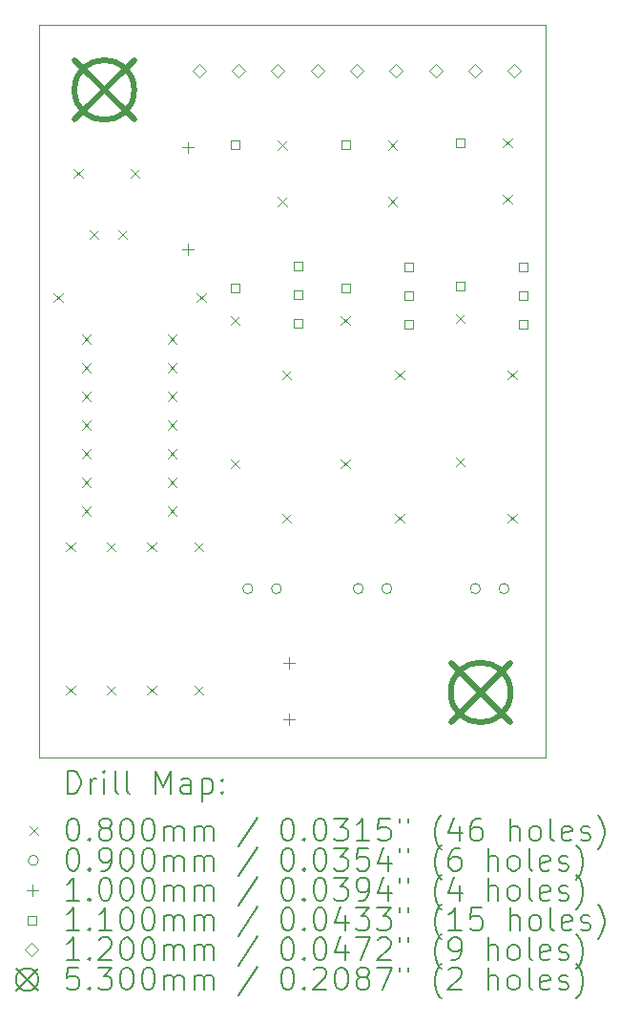
<source format=gbr>
%TF.GenerationSoftware,KiCad,Pcbnew,8.0.4*%
%TF.CreationDate,2024-08-13T22:42:28-06:00*%
%TF.ProjectId,oil-lamp-safety,6f696c2d-6c61-46d7-902d-736166657479,v0.2*%
%TF.SameCoordinates,Original*%
%TF.FileFunction,Drillmap*%
%TF.FilePolarity,Positive*%
%FSLAX45Y45*%
G04 Gerber Fmt 4.5, Leading zero omitted, Abs format (unit mm)*
G04 Created by KiCad (PCBNEW 8.0.4) date 2024-08-13 22:42:28*
%MOMM*%
%LPD*%
G01*
G04 APERTURE LIST*
%ADD10C,0.100000*%
%ADD11C,0.200000*%
%ADD12C,0.110000*%
%ADD13C,0.120000*%
%ADD14C,0.530000*%
G04 APERTURE END LIST*
D10*
X8000000Y-6000000D02*
X12500000Y-6000000D01*
X12500000Y-12500000D01*
X8000000Y-12500000D01*
X8000000Y-6000000D01*
D11*
D10*
X8130000Y-8380000D02*
X8210000Y-8460000D01*
X8210000Y-8380000D02*
X8130000Y-8460000D01*
X8240000Y-10590000D02*
X8320000Y-10670000D01*
X8320000Y-10590000D02*
X8240000Y-10670000D01*
X8240000Y-11860000D02*
X8320000Y-11940000D01*
X8320000Y-11860000D02*
X8240000Y-11940000D01*
X8310000Y-7280000D02*
X8390000Y-7360000D01*
X8390000Y-7280000D02*
X8310000Y-7360000D01*
X8378000Y-8750000D02*
X8458000Y-8830000D01*
X8458000Y-8750000D02*
X8378000Y-8830000D01*
X8378000Y-9004000D02*
X8458000Y-9084000D01*
X8458000Y-9004000D02*
X8378000Y-9084000D01*
X8378000Y-9258000D02*
X8458000Y-9338000D01*
X8458000Y-9258000D02*
X8378000Y-9338000D01*
X8378000Y-9512000D02*
X8458000Y-9592000D01*
X8458000Y-9512000D02*
X8378000Y-9592000D01*
X8378000Y-9766000D02*
X8458000Y-9846000D01*
X8458000Y-9766000D02*
X8378000Y-9846000D01*
X8378000Y-10020000D02*
X8458000Y-10100000D01*
X8458000Y-10020000D02*
X8378000Y-10100000D01*
X8378000Y-10274000D02*
X8458000Y-10354000D01*
X8458000Y-10274000D02*
X8378000Y-10354000D01*
X8450000Y-7820000D02*
X8530000Y-7900000D01*
X8530000Y-7820000D02*
X8450000Y-7900000D01*
X8600000Y-10590000D02*
X8680000Y-10670000D01*
X8680000Y-10590000D02*
X8600000Y-10670000D01*
X8600000Y-11860000D02*
X8680000Y-11940000D01*
X8680000Y-11860000D02*
X8600000Y-11940000D01*
X8700000Y-7820000D02*
X8780000Y-7900000D01*
X8780000Y-7820000D02*
X8700000Y-7900000D01*
X8810000Y-7280000D02*
X8890000Y-7360000D01*
X8890000Y-7280000D02*
X8810000Y-7360000D01*
X8960000Y-10590000D02*
X9040000Y-10670000D01*
X9040000Y-10590000D02*
X8960000Y-10670000D01*
X8960000Y-11860000D02*
X9040000Y-11940000D01*
X9040000Y-11860000D02*
X8960000Y-11940000D01*
X9140000Y-8750000D02*
X9220000Y-8830000D01*
X9220000Y-8750000D02*
X9140000Y-8830000D01*
X9140000Y-9004000D02*
X9220000Y-9084000D01*
X9220000Y-9004000D02*
X9140000Y-9084000D01*
X9140000Y-9258000D02*
X9220000Y-9338000D01*
X9220000Y-9258000D02*
X9140000Y-9338000D01*
X9140000Y-9512000D02*
X9220000Y-9592000D01*
X9220000Y-9512000D02*
X9140000Y-9592000D01*
X9140000Y-9766000D02*
X9220000Y-9846000D01*
X9220000Y-9766000D02*
X9140000Y-9846000D01*
X9140000Y-10020000D02*
X9220000Y-10100000D01*
X9220000Y-10020000D02*
X9140000Y-10100000D01*
X9140000Y-10274000D02*
X9220000Y-10354000D01*
X9220000Y-10274000D02*
X9140000Y-10354000D01*
X9380000Y-10590000D02*
X9460000Y-10670000D01*
X9460000Y-10590000D02*
X9380000Y-10670000D01*
X9380000Y-11860000D02*
X9460000Y-11940000D01*
X9460000Y-11860000D02*
X9380000Y-11940000D01*
X9400000Y-8380000D02*
X9480000Y-8460000D01*
X9480000Y-8380000D02*
X9400000Y-8460000D01*
X9700000Y-8585000D02*
X9780000Y-8665000D01*
X9780000Y-8585000D02*
X9700000Y-8665000D01*
X9700000Y-9855000D02*
X9780000Y-9935000D01*
X9780000Y-9855000D02*
X9700000Y-9935000D01*
X10120000Y-7030000D02*
X10200000Y-7110000D01*
X10200000Y-7030000D02*
X10120000Y-7110000D01*
X10120000Y-7530000D02*
X10200000Y-7610000D01*
X10200000Y-7530000D02*
X10120000Y-7610000D01*
X10160000Y-9065000D02*
X10240000Y-9145000D01*
X10240000Y-9065000D02*
X10160000Y-9145000D01*
X10160000Y-10335000D02*
X10240000Y-10415000D01*
X10240000Y-10335000D02*
X10160000Y-10415000D01*
X10680000Y-8585000D02*
X10760000Y-8665000D01*
X10760000Y-8585000D02*
X10680000Y-8665000D01*
X10680000Y-9855000D02*
X10760000Y-9935000D01*
X10760000Y-9855000D02*
X10680000Y-9935000D01*
X11100000Y-7030000D02*
X11180000Y-7110000D01*
X11180000Y-7030000D02*
X11100000Y-7110000D01*
X11100000Y-7530000D02*
X11180000Y-7610000D01*
X11180000Y-7530000D02*
X11100000Y-7610000D01*
X11160000Y-9065000D02*
X11240000Y-9145000D01*
X11240000Y-9065000D02*
X11160000Y-9145000D01*
X11160000Y-10335000D02*
X11240000Y-10415000D01*
X11240000Y-10335000D02*
X11160000Y-10415000D01*
X11700000Y-8565000D02*
X11780000Y-8645000D01*
X11780000Y-8565000D02*
X11700000Y-8645000D01*
X11700000Y-9835000D02*
X11780000Y-9915000D01*
X11780000Y-9835000D02*
X11700000Y-9915000D01*
X12120000Y-7010000D02*
X12200000Y-7090000D01*
X12200000Y-7010000D02*
X12120000Y-7090000D01*
X12120000Y-7510000D02*
X12200000Y-7590000D01*
X12200000Y-7510000D02*
X12120000Y-7590000D01*
X12160000Y-9065000D02*
X12240000Y-9145000D01*
X12240000Y-9065000D02*
X12160000Y-9145000D01*
X12160000Y-10335000D02*
X12240000Y-10415000D01*
X12240000Y-10335000D02*
X12160000Y-10415000D01*
X9898500Y-11000000D02*
G75*
G02*
X9808500Y-11000000I-45000J0D01*
G01*
X9808500Y-11000000D02*
G75*
G02*
X9898500Y-11000000I45000J0D01*
G01*
X10152500Y-11000000D02*
G75*
G02*
X10062500Y-11000000I-45000J0D01*
G01*
X10062500Y-11000000D02*
G75*
G02*
X10152500Y-11000000I45000J0D01*
G01*
X10878500Y-11000000D02*
G75*
G02*
X10788500Y-11000000I-45000J0D01*
G01*
X10788500Y-11000000D02*
G75*
G02*
X10878500Y-11000000I45000J0D01*
G01*
X11132500Y-11000000D02*
G75*
G02*
X11042500Y-11000000I-45000J0D01*
G01*
X11042500Y-11000000D02*
G75*
G02*
X11132500Y-11000000I45000J0D01*
G01*
X11918500Y-11000000D02*
G75*
G02*
X11828500Y-11000000I-45000J0D01*
G01*
X11828500Y-11000000D02*
G75*
G02*
X11918500Y-11000000I45000J0D01*
G01*
X12172500Y-11000000D02*
G75*
G02*
X12082500Y-11000000I-45000J0D01*
G01*
X12082500Y-11000000D02*
G75*
G02*
X12172500Y-11000000I45000J0D01*
G01*
X9320000Y-7040000D02*
X9320000Y-7140000D01*
X9270000Y-7090000D02*
X9370000Y-7090000D01*
X9320000Y-7940000D02*
X9320000Y-8040000D01*
X9270000Y-7990000D02*
X9370000Y-7990000D01*
X10220000Y-11610000D02*
X10220000Y-11710000D01*
X10170000Y-11660000D02*
X10270000Y-11660000D01*
X10220000Y-12110000D02*
X10220000Y-12210000D01*
X10170000Y-12160000D02*
X10270000Y-12160000D01*
D12*
X9778891Y-7103891D02*
X9778891Y-7026109D01*
X9701109Y-7026109D01*
X9701109Y-7103891D01*
X9778891Y-7103891D01*
X9778891Y-8373891D02*
X9778891Y-8296109D01*
X9701109Y-8296109D01*
X9701109Y-8373891D01*
X9778891Y-8373891D01*
X10338891Y-8178891D02*
X10338891Y-8101109D01*
X10261109Y-8101109D01*
X10261109Y-8178891D01*
X10338891Y-8178891D01*
X10338891Y-8432891D02*
X10338891Y-8355109D01*
X10261109Y-8355109D01*
X10261109Y-8432891D01*
X10338891Y-8432891D01*
X10338891Y-8686891D02*
X10338891Y-8609109D01*
X10261109Y-8609109D01*
X10261109Y-8686891D01*
X10338891Y-8686891D01*
X10758891Y-7103891D02*
X10758891Y-7026109D01*
X10681109Y-7026109D01*
X10681109Y-7103891D01*
X10758891Y-7103891D01*
X10758891Y-8373891D02*
X10758891Y-8296109D01*
X10681109Y-8296109D01*
X10681109Y-8373891D01*
X10758891Y-8373891D01*
X11318891Y-8190891D02*
X11318891Y-8113109D01*
X11241109Y-8113109D01*
X11241109Y-8190891D01*
X11318891Y-8190891D01*
X11318891Y-8444891D02*
X11318891Y-8367109D01*
X11241109Y-8367109D01*
X11241109Y-8444891D01*
X11318891Y-8444891D01*
X11318891Y-8698891D02*
X11318891Y-8621109D01*
X11241109Y-8621109D01*
X11241109Y-8698891D01*
X11318891Y-8698891D01*
X11778891Y-7083891D02*
X11778891Y-7006109D01*
X11701109Y-7006109D01*
X11701109Y-7083891D01*
X11778891Y-7083891D01*
X11778891Y-8353891D02*
X11778891Y-8276109D01*
X11701109Y-8276109D01*
X11701109Y-8353891D01*
X11778891Y-8353891D01*
X12338891Y-8184891D02*
X12338891Y-8107109D01*
X12261109Y-8107109D01*
X12261109Y-8184891D01*
X12338891Y-8184891D01*
X12338891Y-8438891D02*
X12338891Y-8361109D01*
X12261109Y-8361109D01*
X12261109Y-8438891D01*
X12338891Y-8438891D01*
X12338891Y-8692891D02*
X12338891Y-8615109D01*
X12261109Y-8615109D01*
X12261109Y-8692891D01*
X12338891Y-8692891D01*
D13*
X9420000Y-6470000D02*
X9480000Y-6410000D01*
X9420000Y-6350000D01*
X9360000Y-6410000D01*
X9420000Y-6470000D01*
X9770000Y-6470000D02*
X9830000Y-6410000D01*
X9770000Y-6350000D01*
X9710000Y-6410000D01*
X9770000Y-6470000D01*
X10120000Y-6470000D02*
X10180000Y-6410000D01*
X10120000Y-6350000D01*
X10060000Y-6410000D01*
X10120000Y-6470000D01*
X10470000Y-6470000D02*
X10530000Y-6410000D01*
X10470000Y-6350000D01*
X10410000Y-6410000D01*
X10470000Y-6470000D01*
X10820000Y-6470000D02*
X10880000Y-6410000D01*
X10820000Y-6350000D01*
X10760000Y-6410000D01*
X10820000Y-6470000D01*
X11170000Y-6470000D02*
X11230000Y-6410000D01*
X11170000Y-6350000D01*
X11110000Y-6410000D01*
X11170000Y-6470000D01*
X11520000Y-6470000D02*
X11580000Y-6410000D01*
X11520000Y-6350000D01*
X11460000Y-6410000D01*
X11520000Y-6470000D01*
X11870000Y-6470000D02*
X11930000Y-6410000D01*
X11870000Y-6350000D01*
X11810000Y-6410000D01*
X11870000Y-6470000D01*
X12220000Y-6470000D02*
X12280000Y-6410000D01*
X12220000Y-6350000D01*
X12160000Y-6410000D01*
X12220000Y-6470000D01*
D14*
X8315000Y-6315000D02*
X8845000Y-6845000D01*
X8845000Y-6315000D02*
X8315000Y-6845000D01*
X8845000Y-6580000D02*
G75*
G02*
X8315000Y-6580000I-265000J0D01*
G01*
X8315000Y-6580000D02*
G75*
G02*
X8845000Y-6580000I265000J0D01*
G01*
X11655000Y-11655000D02*
X12185000Y-12185000D01*
X12185000Y-11655000D02*
X11655000Y-12185000D01*
X12185000Y-11920000D02*
G75*
G02*
X11655000Y-11920000I-265000J0D01*
G01*
X11655000Y-11920000D02*
G75*
G02*
X12185000Y-11920000I265000J0D01*
G01*
D11*
X8255777Y-12816484D02*
X8255777Y-12616484D01*
X8255777Y-12616484D02*
X8303396Y-12616484D01*
X8303396Y-12616484D02*
X8331967Y-12626008D01*
X8331967Y-12626008D02*
X8351015Y-12645055D01*
X8351015Y-12645055D02*
X8360539Y-12664103D01*
X8360539Y-12664103D02*
X8370062Y-12702198D01*
X8370062Y-12702198D02*
X8370062Y-12730769D01*
X8370062Y-12730769D02*
X8360539Y-12768865D01*
X8360539Y-12768865D02*
X8351015Y-12787912D01*
X8351015Y-12787912D02*
X8331967Y-12806960D01*
X8331967Y-12806960D02*
X8303396Y-12816484D01*
X8303396Y-12816484D02*
X8255777Y-12816484D01*
X8455777Y-12816484D02*
X8455777Y-12683150D01*
X8455777Y-12721246D02*
X8465301Y-12702198D01*
X8465301Y-12702198D02*
X8474824Y-12692674D01*
X8474824Y-12692674D02*
X8493872Y-12683150D01*
X8493872Y-12683150D02*
X8512920Y-12683150D01*
X8579586Y-12816484D02*
X8579586Y-12683150D01*
X8579586Y-12616484D02*
X8570063Y-12626008D01*
X8570063Y-12626008D02*
X8579586Y-12635531D01*
X8579586Y-12635531D02*
X8589110Y-12626008D01*
X8589110Y-12626008D02*
X8579586Y-12616484D01*
X8579586Y-12616484D02*
X8579586Y-12635531D01*
X8703396Y-12816484D02*
X8684348Y-12806960D01*
X8684348Y-12806960D02*
X8674824Y-12787912D01*
X8674824Y-12787912D02*
X8674824Y-12616484D01*
X8808158Y-12816484D02*
X8789110Y-12806960D01*
X8789110Y-12806960D02*
X8779586Y-12787912D01*
X8779586Y-12787912D02*
X8779586Y-12616484D01*
X9036729Y-12816484D02*
X9036729Y-12616484D01*
X9036729Y-12616484D02*
X9103396Y-12759341D01*
X9103396Y-12759341D02*
X9170063Y-12616484D01*
X9170063Y-12616484D02*
X9170063Y-12816484D01*
X9351015Y-12816484D02*
X9351015Y-12711722D01*
X9351015Y-12711722D02*
X9341491Y-12692674D01*
X9341491Y-12692674D02*
X9322444Y-12683150D01*
X9322444Y-12683150D02*
X9284348Y-12683150D01*
X9284348Y-12683150D02*
X9265301Y-12692674D01*
X9351015Y-12806960D02*
X9331967Y-12816484D01*
X9331967Y-12816484D02*
X9284348Y-12816484D01*
X9284348Y-12816484D02*
X9265301Y-12806960D01*
X9265301Y-12806960D02*
X9255777Y-12787912D01*
X9255777Y-12787912D02*
X9255777Y-12768865D01*
X9255777Y-12768865D02*
X9265301Y-12749817D01*
X9265301Y-12749817D02*
X9284348Y-12740293D01*
X9284348Y-12740293D02*
X9331967Y-12740293D01*
X9331967Y-12740293D02*
X9351015Y-12730769D01*
X9446253Y-12683150D02*
X9446253Y-12883150D01*
X9446253Y-12692674D02*
X9465301Y-12683150D01*
X9465301Y-12683150D02*
X9503396Y-12683150D01*
X9503396Y-12683150D02*
X9522444Y-12692674D01*
X9522444Y-12692674D02*
X9531967Y-12702198D01*
X9531967Y-12702198D02*
X9541491Y-12721246D01*
X9541491Y-12721246D02*
X9541491Y-12778388D01*
X9541491Y-12778388D02*
X9531967Y-12797436D01*
X9531967Y-12797436D02*
X9522444Y-12806960D01*
X9522444Y-12806960D02*
X9503396Y-12816484D01*
X9503396Y-12816484D02*
X9465301Y-12816484D01*
X9465301Y-12816484D02*
X9446253Y-12806960D01*
X9627205Y-12797436D02*
X9636729Y-12806960D01*
X9636729Y-12806960D02*
X9627205Y-12816484D01*
X9627205Y-12816484D02*
X9617682Y-12806960D01*
X9617682Y-12806960D02*
X9627205Y-12797436D01*
X9627205Y-12797436D02*
X9627205Y-12816484D01*
X9627205Y-12692674D02*
X9636729Y-12702198D01*
X9636729Y-12702198D02*
X9627205Y-12711722D01*
X9627205Y-12711722D02*
X9617682Y-12702198D01*
X9617682Y-12702198D02*
X9627205Y-12692674D01*
X9627205Y-12692674D02*
X9627205Y-12711722D01*
D10*
X7915000Y-13105000D02*
X7995000Y-13185000D01*
X7995000Y-13105000D02*
X7915000Y-13185000D01*
D11*
X8293872Y-13036484D02*
X8312920Y-13036484D01*
X8312920Y-13036484D02*
X8331967Y-13046008D01*
X8331967Y-13046008D02*
X8341491Y-13055531D01*
X8341491Y-13055531D02*
X8351015Y-13074579D01*
X8351015Y-13074579D02*
X8360539Y-13112674D01*
X8360539Y-13112674D02*
X8360539Y-13160293D01*
X8360539Y-13160293D02*
X8351015Y-13198388D01*
X8351015Y-13198388D02*
X8341491Y-13217436D01*
X8341491Y-13217436D02*
X8331967Y-13226960D01*
X8331967Y-13226960D02*
X8312920Y-13236484D01*
X8312920Y-13236484D02*
X8293872Y-13236484D01*
X8293872Y-13236484D02*
X8274824Y-13226960D01*
X8274824Y-13226960D02*
X8265301Y-13217436D01*
X8265301Y-13217436D02*
X8255777Y-13198388D01*
X8255777Y-13198388D02*
X8246253Y-13160293D01*
X8246253Y-13160293D02*
X8246253Y-13112674D01*
X8246253Y-13112674D02*
X8255777Y-13074579D01*
X8255777Y-13074579D02*
X8265301Y-13055531D01*
X8265301Y-13055531D02*
X8274824Y-13046008D01*
X8274824Y-13046008D02*
X8293872Y-13036484D01*
X8446253Y-13217436D02*
X8455777Y-13226960D01*
X8455777Y-13226960D02*
X8446253Y-13236484D01*
X8446253Y-13236484D02*
X8436729Y-13226960D01*
X8436729Y-13226960D02*
X8446253Y-13217436D01*
X8446253Y-13217436D02*
X8446253Y-13236484D01*
X8570063Y-13122198D02*
X8551015Y-13112674D01*
X8551015Y-13112674D02*
X8541491Y-13103150D01*
X8541491Y-13103150D02*
X8531967Y-13084103D01*
X8531967Y-13084103D02*
X8531967Y-13074579D01*
X8531967Y-13074579D02*
X8541491Y-13055531D01*
X8541491Y-13055531D02*
X8551015Y-13046008D01*
X8551015Y-13046008D02*
X8570063Y-13036484D01*
X8570063Y-13036484D02*
X8608158Y-13036484D01*
X8608158Y-13036484D02*
X8627205Y-13046008D01*
X8627205Y-13046008D02*
X8636729Y-13055531D01*
X8636729Y-13055531D02*
X8646253Y-13074579D01*
X8646253Y-13074579D02*
X8646253Y-13084103D01*
X8646253Y-13084103D02*
X8636729Y-13103150D01*
X8636729Y-13103150D02*
X8627205Y-13112674D01*
X8627205Y-13112674D02*
X8608158Y-13122198D01*
X8608158Y-13122198D02*
X8570063Y-13122198D01*
X8570063Y-13122198D02*
X8551015Y-13131722D01*
X8551015Y-13131722D02*
X8541491Y-13141246D01*
X8541491Y-13141246D02*
X8531967Y-13160293D01*
X8531967Y-13160293D02*
X8531967Y-13198388D01*
X8531967Y-13198388D02*
X8541491Y-13217436D01*
X8541491Y-13217436D02*
X8551015Y-13226960D01*
X8551015Y-13226960D02*
X8570063Y-13236484D01*
X8570063Y-13236484D02*
X8608158Y-13236484D01*
X8608158Y-13236484D02*
X8627205Y-13226960D01*
X8627205Y-13226960D02*
X8636729Y-13217436D01*
X8636729Y-13217436D02*
X8646253Y-13198388D01*
X8646253Y-13198388D02*
X8646253Y-13160293D01*
X8646253Y-13160293D02*
X8636729Y-13141246D01*
X8636729Y-13141246D02*
X8627205Y-13131722D01*
X8627205Y-13131722D02*
X8608158Y-13122198D01*
X8770063Y-13036484D02*
X8789110Y-13036484D01*
X8789110Y-13036484D02*
X8808158Y-13046008D01*
X8808158Y-13046008D02*
X8817682Y-13055531D01*
X8817682Y-13055531D02*
X8827205Y-13074579D01*
X8827205Y-13074579D02*
X8836729Y-13112674D01*
X8836729Y-13112674D02*
X8836729Y-13160293D01*
X8836729Y-13160293D02*
X8827205Y-13198388D01*
X8827205Y-13198388D02*
X8817682Y-13217436D01*
X8817682Y-13217436D02*
X8808158Y-13226960D01*
X8808158Y-13226960D02*
X8789110Y-13236484D01*
X8789110Y-13236484D02*
X8770063Y-13236484D01*
X8770063Y-13236484D02*
X8751015Y-13226960D01*
X8751015Y-13226960D02*
X8741491Y-13217436D01*
X8741491Y-13217436D02*
X8731967Y-13198388D01*
X8731967Y-13198388D02*
X8722444Y-13160293D01*
X8722444Y-13160293D02*
X8722444Y-13112674D01*
X8722444Y-13112674D02*
X8731967Y-13074579D01*
X8731967Y-13074579D02*
X8741491Y-13055531D01*
X8741491Y-13055531D02*
X8751015Y-13046008D01*
X8751015Y-13046008D02*
X8770063Y-13036484D01*
X8960539Y-13036484D02*
X8979586Y-13036484D01*
X8979586Y-13036484D02*
X8998634Y-13046008D01*
X8998634Y-13046008D02*
X9008158Y-13055531D01*
X9008158Y-13055531D02*
X9017682Y-13074579D01*
X9017682Y-13074579D02*
X9027205Y-13112674D01*
X9027205Y-13112674D02*
X9027205Y-13160293D01*
X9027205Y-13160293D02*
X9017682Y-13198388D01*
X9017682Y-13198388D02*
X9008158Y-13217436D01*
X9008158Y-13217436D02*
X8998634Y-13226960D01*
X8998634Y-13226960D02*
X8979586Y-13236484D01*
X8979586Y-13236484D02*
X8960539Y-13236484D01*
X8960539Y-13236484D02*
X8941491Y-13226960D01*
X8941491Y-13226960D02*
X8931967Y-13217436D01*
X8931967Y-13217436D02*
X8922444Y-13198388D01*
X8922444Y-13198388D02*
X8912920Y-13160293D01*
X8912920Y-13160293D02*
X8912920Y-13112674D01*
X8912920Y-13112674D02*
X8922444Y-13074579D01*
X8922444Y-13074579D02*
X8931967Y-13055531D01*
X8931967Y-13055531D02*
X8941491Y-13046008D01*
X8941491Y-13046008D02*
X8960539Y-13036484D01*
X9112920Y-13236484D02*
X9112920Y-13103150D01*
X9112920Y-13122198D02*
X9122444Y-13112674D01*
X9122444Y-13112674D02*
X9141491Y-13103150D01*
X9141491Y-13103150D02*
X9170063Y-13103150D01*
X9170063Y-13103150D02*
X9189110Y-13112674D01*
X9189110Y-13112674D02*
X9198634Y-13131722D01*
X9198634Y-13131722D02*
X9198634Y-13236484D01*
X9198634Y-13131722D02*
X9208158Y-13112674D01*
X9208158Y-13112674D02*
X9227205Y-13103150D01*
X9227205Y-13103150D02*
X9255777Y-13103150D01*
X9255777Y-13103150D02*
X9274825Y-13112674D01*
X9274825Y-13112674D02*
X9284348Y-13131722D01*
X9284348Y-13131722D02*
X9284348Y-13236484D01*
X9379586Y-13236484D02*
X9379586Y-13103150D01*
X9379586Y-13122198D02*
X9389110Y-13112674D01*
X9389110Y-13112674D02*
X9408158Y-13103150D01*
X9408158Y-13103150D02*
X9436729Y-13103150D01*
X9436729Y-13103150D02*
X9455777Y-13112674D01*
X9455777Y-13112674D02*
X9465301Y-13131722D01*
X9465301Y-13131722D02*
X9465301Y-13236484D01*
X9465301Y-13131722D02*
X9474825Y-13112674D01*
X9474825Y-13112674D02*
X9493872Y-13103150D01*
X9493872Y-13103150D02*
X9522444Y-13103150D01*
X9522444Y-13103150D02*
X9541491Y-13112674D01*
X9541491Y-13112674D02*
X9551015Y-13131722D01*
X9551015Y-13131722D02*
X9551015Y-13236484D01*
X9941491Y-13026960D02*
X9770063Y-13284103D01*
X10198634Y-13036484D02*
X10217682Y-13036484D01*
X10217682Y-13036484D02*
X10236729Y-13046008D01*
X10236729Y-13046008D02*
X10246253Y-13055531D01*
X10246253Y-13055531D02*
X10255777Y-13074579D01*
X10255777Y-13074579D02*
X10265301Y-13112674D01*
X10265301Y-13112674D02*
X10265301Y-13160293D01*
X10265301Y-13160293D02*
X10255777Y-13198388D01*
X10255777Y-13198388D02*
X10246253Y-13217436D01*
X10246253Y-13217436D02*
X10236729Y-13226960D01*
X10236729Y-13226960D02*
X10217682Y-13236484D01*
X10217682Y-13236484D02*
X10198634Y-13236484D01*
X10198634Y-13236484D02*
X10179587Y-13226960D01*
X10179587Y-13226960D02*
X10170063Y-13217436D01*
X10170063Y-13217436D02*
X10160539Y-13198388D01*
X10160539Y-13198388D02*
X10151015Y-13160293D01*
X10151015Y-13160293D02*
X10151015Y-13112674D01*
X10151015Y-13112674D02*
X10160539Y-13074579D01*
X10160539Y-13074579D02*
X10170063Y-13055531D01*
X10170063Y-13055531D02*
X10179587Y-13046008D01*
X10179587Y-13046008D02*
X10198634Y-13036484D01*
X10351015Y-13217436D02*
X10360539Y-13226960D01*
X10360539Y-13226960D02*
X10351015Y-13236484D01*
X10351015Y-13236484D02*
X10341491Y-13226960D01*
X10341491Y-13226960D02*
X10351015Y-13217436D01*
X10351015Y-13217436D02*
X10351015Y-13236484D01*
X10484348Y-13036484D02*
X10503396Y-13036484D01*
X10503396Y-13036484D02*
X10522444Y-13046008D01*
X10522444Y-13046008D02*
X10531968Y-13055531D01*
X10531968Y-13055531D02*
X10541491Y-13074579D01*
X10541491Y-13074579D02*
X10551015Y-13112674D01*
X10551015Y-13112674D02*
X10551015Y-13160293D01*
X10551015Y-13160293D02*
X10541491Y-13198388D01*
X10541491Y-13198388D02*
X10531968Y-13217436D01*
X10531968Y-13217436D02*
X10522444Y-13226960D01*
X10522444Y-13226960D02*
X10503396Y-13236484D01*
X10503396Y-13236484D02*
X10484348Y-13236484D01*
X10484348Y-13236484D02*
X10465301Y-13226960D01*
X10465301Y-13226960D02*
X10455777Y-13217436D01*
X10455777Y-13217436D02*
X10446253Y-13198388D01*
X10446253Y-13198388D02*
X10436729Y-13160293D01*
X10436729Y-13160293D02*
X10436729Y-13112674D01*
X10436729Y-13112674D02*
X10446253Y-13074579D01*
X10446253Y-13074579D02*
X10455777Y-13055531D01*
X10455777Y-13055531D02*
X10465301Y-13046008D01*
X10465301Y-13046008D02*
X10484348Y-13036484D01*
X10617682Y-13036484D02*
X10741491Y-13036484D01*
X10741491Y-13036484D02*
X10674825Y-13112674D01*
X10674825Y-13112674D02*
X10703396Y-13112674D01*
X10703396Y-13112674D02*
X10722444Y-13122198D01*
X10722444Y-13122198D02*
X10731968Y-13131722D01*
X10731968Y-13131722D02*
X10741491Y-13150769D01*
X10741491Y-13150769D02*
X10741491Y-13198388D01*
X10741491Y-13198388D02*
X10731968Y-13217436D01*
X10731968Y-13217436D02*
X10722444Y-13226960D01*
X10722444Y-13226960D02*
X10703396Y-13236484D01*
X10703396Y-13236484D02*
X10646253Y-13236484D01*
X10646253Y-13236484D02*
X10627206Y-13226960D01*
X10627206Y-13226960D02*
X10617682Y-13217436D01*
X10931968Y-13236484D02*
X10817682Y-13236484D01*
X10874825Y-13236484D02*
X10874825Y-13036484D01*
X10874825Y-13036484D02*
X10855777Y-13065055D01*
X10855777Y-13065055D02*
X10836729Y-13084103D01*
X10836729Y-13084103D02*
X10817682Y-13093627D01*
X11112920Y-13036484D02*
X11017682Y-13036484D01*
X11017682Y-13036484D02*
X11008158Y-13131722D01*
X11008158Y-13131722D02*
X11017682Y-13122198D01*
X11017682Y-13122198D02*
X11036729Y-13112674D01*
X11036729Y-13112674D02*
X11084349Y-13112674D01*
X11084349Y-13112674D02*
X11103396Y-13122198D01*
X11103396Y-13122198D02*
X11112920Y-13131722D01*
X11112920Y-13131722D02*
X11122444Y-13150769D01*
X11122444Y-13150769D02*
X11122444Y-13198388D01*
X11122444Y-13198388D02*
X11112920Y-13217436D01*
X11112920Y-13217436D02*
X11103396Y-13226960D01*
X11103396Y-13226960D02*
X11084349Y-13236484D01*
X11084349Y-13236484D02*
X11036729Y-13236484D01*
X11036729Y-13236484D02*
X11017682Y-13226960D01*
X11017682Y-13226960D02*
X11008158Y-13217436D01*
X11198634Y-13036484D02*
X11198634Y-13074579D01*
X11274825Y-13036484D02*
X11274825Y-13074579D01*
X11570063Y-13312674D02*
X11560539Y-13303150D01*
X11560539Y-13303150D02*
X11541491Y-13274579D01*
X11541491Y-13274579D02*
X11531968Y-13255531D01*
X11531968Y-13255531D02*
X11522444Y-13226960D01*
X11522444Y-13226960D02*
X11512920Y-13179341D01*
X11512920Y-13179341D02*
X11512920Y-13141246D01*
X11512920Y-13141246D02*
X11522444Y-13093627D01*
X11522444Y-13093627D02*
X11531968Y-13065055D01*
X11531968Y-13065055D02*
X11541491Y-13046008D01*
X11541491Y-13046008D02*
X11560539Y-13017436D01*
X11560539Y-13017436D02*
X11570063Y-13007912D01*
X11731968Y-13103150D02*
X11731968Y-13236484D01*
X11684348Y-13026960D02*
X11636729Y-13169817D01*
X11636729Y-13169817D02*
X11760539Y-13169817D01*
X11922444Y-13036484D02*
X11884348Y-13036484D01*
X11884348Y-13036484D02*
X11865301Y-13046008D01*
X11865301Y-13046008D02*
X11855777Y-13055531D01*
X11855777Y-13055531D02*
X11836729Y-13084103D01*
X11836729Y-13084103D02*
X11827206Y-13122198D01*
X11827206Y-13122198D02*
X11827206Y-13198388D01*
X11827206Y-13198388D02*
X11836729Y-13217436D01*
X11836729Y-13217436D02*
X11846253Y-13226960D01*
X11846253Y-13226960D02*
X11865301Y-13236484D01*
X11865301Y-13236484D02*
X11903396Y-13236484D01*
X11903396Y-13236484D02*
X11922444Y-13226960D01*
X11922444Y-13226960D02*
X11931968Y-13217436D01*
X11931968Y-13217436D02*
X11941491Y-13198388D01*
X11941491Y-13198388D02*
X11941491Y-13150769D01*
X11941491Y-13150769D02*
X11931968Y-13131722D01*
X11931968Y-13131722D02*
X11922444Y-13122198D01*
X11922444Y-13122198D02*
X11903396Y-13112674D01*
X11903396Y-13112674D02*
X11865301Y-13112674D01*
X11865301Y-13112674D02*
X11846253Y-13122198D01*
X11846253Y-13122198D02*
X11836729Y-13131722D01*
X11836729Y-13131722D02*
X11827206Y-13150769D01*
X12179587Y-13236484D02*
X12179587Y-13036484D01*
X12265301Y-13236484D02*
X12265301Y-13131722D01*
X12265301Y-13131722D02*
X12255777Y-13112674D01*
X12255777Y-13112674D02*
X12236730Y-13103150D01*
X12236730Y-13103150D02*
X12208158Y-13103150D01*
X12208158Y-13103150D02*
X12189110Y-13112674D01*
X12189110Y-13112674D02*
X12179587Y-13122198D01*
X12389110Y-13236484D02*
X12370063Y-13226960D01*
X12370063Y-13226960D02*
X12360539Y-13217436D01*
X12360539Y-13217436D02*
X12351015Y-13198388D01*
X12351015Y-13198388D02*
X12351015Y-13141246D01*
X12351015Y-13141246D02*
X12360539Y-13122198D01*
X12360539Y-13122198D02*
X12370063Y-13112674D01*
X12370063Y-13112674D02*
X12389110Y-13103150D01*
X12389110Y-13103150D02*
X12417682Y-13103150D01*
X12417682Y-13103150D02*
X12436730Y-13112674D01*
X12436730Y-13112674D02*
X12446253Y-13122198D01*
X12446253Y-13122198D02*
X12455777Y-13141246D01*
X12455777Y-13141246D02*
X12455777Y-13198388D01*
X12455777Y-13198388D02*
X12446253Y-13217436D01*
X12446253Y-13217436D02*
X12436730Y-13226960D01*
X12436730Y-13226960D02*
X12417682Y-13236484D01*
X12417682Y-13236484D02*
X12389110Y-13236484D01*
X12570063Y-13236484D02*
X12551015Y-13226960D01*
X12551015Y-13226960D02*
X12541491Y-13207912D01*
X12541491Y-13207912D02*
X12541491Y-13036484D01*
X12722444Y-13226960D02*
X12703396Y-13236484D01*
X12703396Y-13236484D02*
X12665301Y-13236484D01*
X12665301Y-13236484D02*
X12646253Y-13226960D01*
X12646253Y-13226960D02*
X12636730Y-13207912D01*
X12636730Y-13207912D02*
X12636730Y-13131722D01*
X12636730Y-13131722D02*
X12646253Y-13112674D01*
X12646253Y-13112674D02*
X12665301Y-13103150D01*
X12665301Y-13103150D02*
X12703396Y-13103150D01*
X12703396Y-13103150D02*
X12722444Y-13112674D01*
X12722444Y-13112674D02*
X12731968Y-13131722D01*
X12731968Y-13131722D02*
X12731968Y-13150769D01*
X12731968Y-13150769D02*
X12636730Y-13169817D01*
X12808158Y-13226960D02*
X12827206Y-13236484D01*
X12827206Y-13236484D02*
X12865301Y-13236484D01*
X12865301Y-13236484D02*
X12884349Y-13226960D01*
X12884349Y-13226960D02*
X12893872Y-13207912D01*
X12893872Y-13207912D02*
X12893872Y-13198388D01*
X12893872Y-13198388D02*
X12884349Y-13179341D01*
X12884349Y-13179341D02*
X12865301Y-13169817D01*
X12865301Y-13169817D02*
X12836730Y-13169817D01*
X12836730Y-13169817D02*
X12817682Y-13160293D01*
X12817682Y-13160293D02*
X12808158Y-13141246D01*
X12808158Y-13141246D02*
X12808158Y-13131722D01*
X12808158Y-13131722D02*
X12817682Y-13112674D01*
X12817682Y-13112674D02*
X12836730Y-13103150D01*
X12836730Y-13103150D02*
X12865301Y-13103150D01*
X12865301Y-13103150D02*
X12884349Y-13112674D01*
X12960539Y-13312674D02*
X12970063Y-13303150D01*
X12970063Y-13303150D02*
X12989111Y-13274579D01*
X12989111Y-13274579D02*
X12998634Y-13255531D01*
X12998634Y-13255531D02*
X13008158Y-13226960D01*
X13008158Y-13226960D02*
X13017682Y-13179341D01*
X13017682Y-13179341D02*
X13017682Y-13141246D01*
X13017682Y-13141246D02*
X13008158Y-13093627D01*
X13008158Y-13093627D02*
X12998634Y-13065055D01*
X12998634Y-13065055D02*
X12989111Y-13046008D01*
X12989111Y-13046008D02*
X12970063Y-13017436D01*
X12970063Y-13017436D02*
X12960539Y-13007912D01*
D10*
X7995000Y-13409000D02*
G75*
G02*
X7905000Y-13409000I-45000J0D01*
G01*
X7905000Y-13409000D02*
G75*
G02*
X7995000Y-13409000I45000J0D01*
G01*
D11*
X8293872Y-13300484D02*
X8312920Y-13300484D01*
X8312920Y-13300484D02*
X8331967Y-13310008D01*
X8331967Y-13310008D02*
X8341491Y-13319531D01*
X8341491Y-13319531D02*
X8351015Y-13338579D01*
X8351015Y-13338579D02*
X8360539Y-13376674D01*
X8360539Y-13376674D02*
X8360539Y-13424293D01*
X8360539Y-13424293D02*
X8351015Y-13462388D01*
X8351015Y-13462388D02*
X8341491Y-13481436D01*
X8341491Y-13481436D02*
X8331967Y-13490960D01*
X8331967Y-13490960D02*
X8312920Y-13500484D01*
X8312920Y-13500484D02*
X8293872Y-13500484D01*
X8293872Y-13500484D02*
X8274824Y-13490960D01*
X8274824Y-13490960D02*
X8265301Y-13481436D01*
X8265301Y-13481436D02*
X8255777Y-13462388D01*
X8255777Y-13462388D02*
X8246253Y-13424293D01*
X8246253Y-13424293D02*
X8246253Y-13376674D01*
X8246253Y-13376674D02*
X8255777Y-13338579D01*
X8255777Y-13338579D02*
X8265301Y-13319531D01*
X8265301Y-13319531D02*
X8274824Y-13310008D01*
X8274824Y-13310008D02*
X8293872Y-13300484D01*
X8446253Y-13481436D02*
X8455777Y-13490960D01*
X8455777Y-13490960D02*
X8446253Y-13500484D01*
X8446253Y-13500484D02*
X8436729Y-13490960D01*
X8436729Y-13490960D02*
X8446253Y-13481436D01*
X8446253Y-13481436D02*
X8446253Y-13500484D01*
X8551015Y-13500484D02*
X8589110Y-13500484D01*
X8589110Y-13500484D02*
X8608158Y-13490960D01*
X8608158Y-13490960D02*
X8617682Y-13481436D01*
X8617682Y-13481436D02*
X8636729Y-13452865D01*
X8636729Y-13452865D02*
X8646253Y-13414769D01*
X8646253Y-13414769D02*
X8646253Y-13338579D01*
X8646253Y-13338579D02*
X8636729Y-13319531D01*
X8636729Y-13319531D02*
X8627205Y-13310008D01*
X8627205Y-13310008D02*
X8608158Y-13300484D01*
X8608158Y-13300484D02*
X8570063Y-13300484D01*
X8570063Y-13300484D02*
X8551015Y-13310008D01*
X8551015Y-13310008D02*
X8541491Y-13319531D01*
X8541491Y-13319531D02*
X8531967Y-13338579D01*
X8531967Y-13338579D02*
X8531967Y-13386198D01*
X8531967Y-13386198D02*
X8541491Y-13405246D01*
X8541491Y-13405246D02*
X8551015Y-13414769D01*
X8551015Y-13414769D02*
X8570063Y-13424293D01*
X8570063Y-13424293D02*
X8608158Y-13424293D01*
X8608158Y-13424293D02*
X8627205Y-13414769D01*
X8627205Y-13414769D02*
X8636729Y-13405246D01*
X8636729Y-13405246D02*
X8646253Y-13386198D01*
X8770063Y-13300484D02*
X8789110Y-13300484D01*
X8789110Y-13300484D02*
X8808158Y-13310008D01*
X8808158Y-13310008D02*
X8817682Y-13319531D01*
X8817682Y-13319531D02*
X8827205Y-13338579D01*
X8827205Y-13338579D02*
X8836729Y-13376674D01*
X8836729Y-13376674D02*
X8836729Y-13424293D01*
X8836729Y-13424293D02*
X8827205Y-13462388D01*
X8827205Y-13462388D02*
X8817682Y-13481436D01*
X8817682Y-13481436D02*
X8808158Y-13490960D01*
X8808158Y-13490960D02*
X8789110Y-13500484D01*
X8789110Y-13500484D02*
X8770063Y-13500484D01*
X8770063Y-13500484D02*
X8751015Y-13490960D01*
X8751015Y-13490960D02*
X8741491Y-13481436D01*
X8741491Y-13481436D02*
X8731967Y-13462388D01*
X8731967Y-13462388D02*
X8722444Y-13424293D01*
X8722444Y-13424293D02*
X8722444Y-13376674D01*
X8722444Y-13376674D02*
X8731967Y-13338579D01*
X8731967Y-13338579D02*
X8741491Y-13319531D01*
X8741491Y-13319531D02*
X8751015Y-13310008D01*
X8751015Y-13310008D02*
X8770063Y-13300484D01*
X8960539Y-13300484D02*
X8979586Y-13300484D01*
X8979586Y-13300484D02*
X8998634Y-13310008D01*
X8998634Y-13310008D02*
X9008158Y-13319531D01*
X9008158Y-13319531D02*
X9017682Y-13338579D01*
X9017682Y-13338579D02*
X9027205Y-13376674D01*
X9027205Y-13376674D02*
X9027205Y-13424293D01*
X9027205Y-13424293D02*
X9017682Y-13462388D01*
X9017682Y-13462388D02*
X9008158Y-13481436D01*
X9008158Y-13481436D02*
X8998634Y-13490960D01*
X8998634Y-13490960D02*
X8979586Y-13500484D01*
X8979586Y-13500484D02*
X8960539Y-13500484D01*
X8960539Y-13500484D02*
X8941491Y-13490960D01*
X8941491Y-13490960D02*
X8931967Y-13481436D01*
X8931967Y-13481436D02*
X8922444Y-13462388D01*
X8922444Y-13462388D02*
X8912920Y-13424293D01*
X8912920Y-13424293D02*
X8912920Y-13376674D01*
X8912920Y-13376674D02*
X8922444Y-13338579D01*
X8922444Y-13338579D02*
X8931967Y-13319531D01*
X8931967Y-13319531D02*
X8941491Y-13310008D01*
X8941491Y-13310008D02*
X8960539Y-13300484D01*
X9112920Y-13500484D02*
X9112920Y-13367150D01*
X9112920Y-13386198D02*
X9122444Y-13376674D01*
X9122444Y-13376674D02*
X9141491Y-13367150D01*
X9141491Y-13367150D02*
X9170063Y-13367150D01*
X9170063Y-13367150D02*
X9189110Y-13376674D01*
X9189110Y-13376674D02*
X9198634Y-13395722D01*
X9198634Y-13395722D02*
X9198634Y-13500484D01*
X9198634Y-13395722D02*
X9208158Y-13376674D01*
X9208158Y-13376674D02*
X9227205Y-13367150D01*
X9227205Y-13367150D02*
X9255777Y-13367150D01*
X9255777Y-13367150D02*
X9274825Y-13376674D01*
X9274825Y-13376674D02*
X9284348Y-13395722D01*
X9284348Y-13395722D02*
X9284348Y-13500484D01*
X9379586Y-13500484D02*
X9379586Y-13367150D01*
X9379586Y-13386198D02*
X9389110Y-13376674D01*
X9389110Y-13376674D02*
X9408158Y-13367150D01*
X9408158Y-13367150D02*
X9436729Y-13367150D01*
X9436729Y-13367150D02*
X9455777Y-13376674D01*
X9455777Y-13376674D02*
X9465301Y-13395722D01*
X9465301Y-13395722D02*
X9465301Y-13500484D01*
X9465301Y-13395722D02*
X9474825Y-13376674D01*
X9474825Y-13376674D02*
X9493872Y-13367150D01*
X9493872Y-13367150D02*
X9522444Y-13367150D01*
X9522444Y-13367150D02*
X9541491Y-13376674D01*
X9541491Y-13376674D02*
X9551015Y-13395722D01*
X9551015Y-13395722D02*
X9551015Y-13500484D01*
X9941491Y-13290960D02*
X9770063Y-13548103D01*
X10198634Y-13300484D02*
X10217682Y-13300484D01*
X10217682Y-13300484D02*
X10236729Y-13310008D01*
X10236729Y-13310008D02*
X10246253Y-13319531D01*
X10246253Y-13319531D02*
X10255777Y-13338579D01*
X10255777Y-13338579D02*
X10265301Y-13376674D01*
X10265301Y-13376674D02*
X10265301Y-13424293D01*
X10265301Y-13424293D02*
X10255777Y-13462388D01*
X10255777Y-13462388D02*
X10246253Y-13481436D01*
X10246253Y-13481436D02*
X10236729Y-13490960D01*
X10236729Y-13490960D02*
X10217682Y-13500484D01*
X10217682Y-13500484D02*
X10198634Y-13500484D01*
X10198634Y-13500484D02*
X10179587Y-13490960D01*
X10179587Y-13490960D02*
X10170063Y-13481436D01*
X10170063Y-13481436D02*
X10160539Y-13462388D01*
X10160539Y-13462388D02*
X10151015Y-13424293D01*
X10151015Y-13424293D02*
X10151015Y-13376674D01*
X10151015Y-13376674D02*
X10160539Y-13338579D01*
X10160539Y-13338579D02*
X10170063Y-13319531D01*
X10170063Y-13319531D02*
X10179587Y-13310008D01*
X10179587Y-13310008D02*
X10198634Y-13300484D01*
X10351015Y-13481436D02*
X10360539Y-13490960D01*
X10360539Y-13490960D02*
X10351015Y-13500484D01*
X10351015Y-13500484D02*
X10341491Y-13490960D01*
X10341491Y-13490960D02*
X10351015Y-13481436D01*
X10351015Y-13481436D02*
X10351015Y-13500484D01*
X10484348Y-13300484D02*
X10503396Y-13300484D01*
X10503396Y-13300484D02*
X10522444Y-13310008D01*
X10522444Y-13310008D02*
X10531968Y-13319531D01*
X10531968Y-13319531D02*
X10541491Y-13338579D01*
X10541491Y-13338579D02*
X10551015Y-13376674D01*
X10551015Y-13376674D02*
X10551015Y-13424293D01*
X10551015Y-13424293D02*
X10541491Y-13462388D01*
X10541491Y-13462388D02*
X10531968Y-13481436D01*
X10531968Y-13481436D02*
X10522444Y-13490960D01*
X10522444Y-13490960D02*
X10503396Y-13500484D01*
X10503396Y-13500484D02*
X10484348Y-13500484D01*
X10484348Y-13500484D02*
X10465301Y-13490960D01*
X10465301Y-13490960D02*
X10455777Y-13481436D01*
X10455777Y-13481436D02*
X10446253Y-13462388D01*
X10446253Y-13462388D02*
X10436729Y-13424293D01*
X10436729Y-13424293D02*
X10436729Y-13376674D01*
X10436729Y-13376674D02*
X10446253Y-13338579D01*
X10446253Y-13338579D02*
X10455777Y-13319531D01*
X10455777Y-13319531D02*
X10465301Y-13310008D01*
X10465301Y-13310008D02*
X10484348Y-13300484D01*
X10617682Y-13300484D02*
X10741491Y-13300484D01*
X10741491Y-13300484D02*
X10674825Y-13376674D01*
X10674825Y-13376674D02*
X10703396Y-13376674D01*
X10703396Y-13376674D02*
X10722444Y-13386198D01*
X10722444Y-13386198D02*
X10731968Y-13395722D01*
X10731968Y-13395722D02*
X10741491Y-13414769D01*
X10741491Y-13414769D02*
X10741491Y-13462388D01*
X10741491Y-13462388D02*
X10731968Y-13481436D01*
X10731968Y-13481436D02*
X10722444Y-13490960D01*
X10722444Y-13490960D02*
X10703396Y-13500484D01*
X10703396Y-13500484D02*
X10646253Y-13500484D01*
X10646253Y-13500484D02*
X10627206Y-13490960D01*
X10627206Y-13490960D02*
X10617682Y-13481436D01*
X10922444Y-13300484D02*
X10827206Y-13300484D01*
X10827206Y-13300484D02*
X10817682Y-13395722D01*
X10817682Y-13395722D02*
X10827206Y-13386198D01*
X10827206Y-13386198D02*
X10846253Y-13376674D01*
X10846253Y-13376674D02*
X10893872Y-13376674D01*
X10893872Y-13376674D02*
X10912920Y-13386198D01*
X10912920Y-13386198D02*
X10922444Y-13395722D01*
X10922444Y-13395722D02*
X10931968Y-13414769D01*
X10931968Y-13414769D02*
X10931968Y-13462388D01*
X10931968Y-13462388D02*
X10922444Y-13481436D01*
X10922444Y-13481436D02*
X10912920Y-13490960D01*
X10912920Y-13490960D02*
X10893872Y-13500484D01*
X10893872Y-13500484D02*
X10846253Y-13500484D01*
X10846253Y-13500484D02*
X10827206Y-13490960D01*
X10827206Y-13490960D02*
X10817682Y-13481436D01*
X11103396Y-13367150D02*
X11103396Y-13500484D01*
X11055777Y-13290960D02*
X11008158Y-13433817D01*
X11008158Y-13433817D02*
X11131968Y-13433817D01*
X11198634Y-13300484D02*
X11198634Y-13338579D01*
X11274825Y-13300484D02*
X11274825Y-13338579D01*
X11570063Y-13576674D02*
X11560539Y-13567150D01*
X11560539Y-13567150D02*
X11541491Y-13538579D01*
X11541491Y-13538579D02*
X11531968Y-13519531D01*
X11531968Y-13519531D02*
X11522444Y-13490960D01*
X11522444Y-13490960D02*
X11512920Y-13443341D01*
X11512920Y-13443341D02*
X11512920Y-13405246D01*
X11512920Y-13405246D02*
X11522444Y-13357627D01*
X11522444Y-13357627D02*
X11531968Y-13329055D01*
X11531968Y-13329055D02*
X11541491Y-13310008D01*
X11541491Y-13310008D02*
X11560539Y-13281436D01*
X11560539Y-13281436D02*
X11570063Y-13271912D01*
X11731968Y-13300484D02*
X11693872Y-13300484D01*
X11693872Y-13300484D02*
X11674825Y-13310008D01*
X11674825Y-13310008D02*
X11665301Y-13319531D01*
X11665301Y-13319531D02*
X11646253Y-13348103D01*
X11646253Y-13348103D02*
X11636729Y-13386198D01*
X11636729Y-13386198D02*
X11636729Y-13462388D01*
X11636729Y-13462388D02*
X11646253Y-13481436D01*
X11646253Y-13481436D02*
X11655777Y-13490960D01*
X11655777Y-13490960D02*
X11674825Y-13500484D01*
X11674825Y-13500484D02*
X11712920Y-13500484D01*
X11712920Y-13500484D02*
X11731968Y-13490960D01*
X11731968Y-13490960D02*
X11741491Y-13481436D01*
X11741491Y-13481436D02*
X11751015Y-13462388D01*
X11751015Y-13462388D02*
X11751015Y-13414769D01*
X11751015Y-13414769D02*
X11741491Y-13395722D01*
X11741491Y-13395722D02*
X11731968Y-13386198D01*
X11731968Y-13386198D02*
X11712920Y-13376674D01*
X11712920Y-13376674D02*
X11674825Y-13376674D01*
X11674825Y-13376674D02*
X11655777Y-13386198D01*
X11655777Y-13386198D02*
X11646253Y-13395722D01*
X11646253Y-13395722D02*
X11636729Y-13414769D01*
X11989110Y-13500484D02*
X11989110Y-13300484D01*
X12074825Y-13500484D02*
X12074825Y-13395722D01*
X12074825Y-13395722D02*
X12065301Y-13376674D01*
X12065301Y-13376674D02*
X12046253Y-13367150D01*
X12046253Y-13367150D02*
X12017682Y-13367150D01*
X12017682Y-13367150D02*
X11998634Y-13376674D01*
X11998634Y-13376674D02*
X11989110Y-13386198D01*
X12198634Y-13500484D02*
X12179587Y-13490960D01*
X12179587Y-13490960D02*
X12170063Y-13481436D01*
X12170063Y-13481436D02*
X12160539Y-13462388D01*
X12160539Y-13462388D02*
X12160539Y-13405246D01*
X12160539Y-13405246D02*
X12170063Y-13386198D01*
X12170063Y-13386198D02*
X12179587Y-13376674D01*
X12179587Y-13376674D02*
X12198634Y-13367150D01*
X12198634Y-13367150D02*
X12227206Y-13367150D01*
X12227206Y-13367150D02*
X12246253Y-13376674D01*
X12246253Y-13376674D02*
X12255777Y-13386198D01*
X12255777Y-13386198D02*
X12265301Y-13405246D01*
X12265301Y-13405246D02*
X12265301Y-13462388D01*
X12265301Y-13462388D02*
X12255777Y-13481436D01*
X12255777Y-13481436D02*
X12246253Y-13490960D01*
X12246253Y-13490960D02*
X12227206Y-13500484D01*
X12227206Y-13500484D02*
X12198634Y-13500484D01*
X12379587Y-13500484D02*
X12360539Y-13490960D01*
X12360539Y-13490960D02*
X12351015Y-13471912D01*
X12351015Y-13471912D02*
X12351015Y-13300484D01*
X12531968Y-13490960D02*
X12512920Y-13500484D01*
X12512920Y-13500484D02*
X12474825Y-13500484D01*
X12474825Y-13500484D02*
X12455777Y-13490960D01*
X12455777Y-13490960D02*
X12446253Y-13471912D01*
X12446253Y-13471912D02*
X12446253Y-13395722D01*
X12446253Y-13395722D02*
X12455777Y-13376674D01*
X12455777Y-13376674D02*
X12474825Y-13367150D01*
X12474825Y-13367150D02*
X12512920Y-13367150D01*
X12512920Y-13367150D02*
X12531968Y-13376674D01*
X12531968Y-13376674D02*
X12541491Y-13395722D01*
X12541491Y-13395722D02*
X12541491Y-13414769D01*
X12541491Y-13414769D02*
X12446253Y-13433817D01*
X12617682Y-13490960D02*
X12636730Y-13500484D01*
X12636730Y-13500484D02*
X12674825Y-13500484D01*
X12674825Y-13500484D02*
X12693872Y-13490960D01*
X12693872Y-13490960D02*
X12703396Y-13471912D01*
X12703396Y-13471912D02*
X12703396Y-13462388D01*
X12703396Y-13462388D02*
X12693872Y-13443341D01*
X12693872Y-13443341D02*
X12674825Y-13433817D01*
X12674825Y-13433817D02*
X12646253Y-13433817D01*
X12646253Y-13433817D02*
X12627206Y-13424293D01*
X12627206Y-13424293D02*
X12617682Y-13405246D01*
X12617682Y-13405246D02*
X12617682Y-13395722D01*
X12617682Y-13395722D02*
X12627206Y-13376674D01*
X12627206Y-13376674D02*
X12646253Y-13367150D01*
X12646253Y-13367150D02*
X12674825Y-13367150D01*
X12674825Y-13367150D02*
X12693872Y-13376674D01*
X12770063Y-13576674D02*
X12779587Y-13567150D01*
X12779587Y-13567150D02*
X12798634Y-13538579D01*
X12798634Y-13538579D02*
X12808158Y-13519531D01*
X12808158Y-13519531D02*
X12817682Y-13490960D01*
X12817682Y-13490960D02*
X12827206Y-13443341D01*
X12827206Y-13443341D02*
X12827206Y-13405246D01*
X12827206Y-13405246D02*
X12817682Y-13357627D01*
X12817682Y-13357627D02*
X12808158Y-13329055D01*
X12808158Y-13329055D02*
X12798634Y-13310008D01*
X12798634Y-13310008D02*
X12779587Y-13281436D01*
X12779587Y-13281436D02*
X12770063Y-13271912D01*
D10*
X7945000Y-13623000D02*
X7945000Y-13723000D01*
X7895000Y-13673000D02*
X7995000Y-13673000D01*
D11*
X8360539Y-13764484D02*
X8246253Y-13764484D01*
X8303396Y-13764484D02*
X8303396Y-13564484D01*
X8303396Y-13564484D02*
X8284348Y-13593055D01*
X8284348Y-13593055D02*
X8265301Y-13612103D01*
X8265301Y-13612103D02*
X8246253Y-13621627D01*
X8446253Y-13745436D02*
X8455777Y-13754960D01*
X8455777Y-13754960D02*
X8446253Y-13764484D01*
X8446253Y-13764484D02*
X8436729Y-13754960D01*
X8436729Y-13754960D02*
X8446253Y-13745436D01*
X8446253Y-13745436D02*
X8446253Y-13764484D01*
X8579586Y-13564484D02*
X8598634Y-13564484D01*
X8598634Y-13564484D02*
X8617682Y-13574008D01*
X8617682Y-13574008D02*
X8627205Y-13583531D01*
X8627205Y-13583531D02*
X8636729Y-13602579D01*
X8636729Y-13602579D02*
X8646253Y-13640674D01*
X8646253Y-13640674D02*
X8646253Y-13688293D01*
X8646253Y-13688293D02*
X8636729Y-13726388D01*
X8636729Y-13726388D02*
X8627205Y-13745436D01*
X8627205Y-13745436D02*
X8617682Y-13754960D01*
X8617682Y-13754960D02*
X8598634Y-13764484D01*
X8598634Y-13764484D02*
X8579586Y-13764484D01*
X8579586Y-13764484D02*
X8560539Y-13754960D01*
X8560539Y-13754960D02*
X8551015Y-13745436D01*
X8551015Y-13745436D02*
X8541491Y-13726388D01*
X8541491Y-13726388D02*
X8531967Y-13688293D01*
X8531967Y-13688293D02*
X8531967Y-13640674D01*
X8531967Y-13640674D02*
X8541491Y-13602579D01*
X8541491Y-13602579D02*
X8551015Y-13583531D01*
X8551015Y-13583531D02*
X8560539Y-13574008D01*
X8560539Y-13574008D02*
X8579586Y-13564484D01*
X8770063Y-13564484D02*
X8789110Y-13564484D01*
X8789110Y-13564484D02*
X8808158Y-13574008D01*
X8808158Y-13574008D02*
X8817682Y-13583531D01*
X8817682Y-13583531D02*
X8827205Y-13602579D01*
X8827205Y-13602579D02*
X8836729Y-13640674D01*
X8836729Y-13640674D02*
X8836729Y-13688293D01*
X8836729Y-13688293D02*
X8827205Y-13726388D01*
X8827205Y-13726388D02*
X8817682Y-13745436D01*
X8817682Y-13745436D02*
X8808158Y-13754960D01*
X8808158Y-13754960D02*
X8789110Y-13764484D01*
X8789110Y-13764484D02*
X8770063Y-13764484D01*
X8770063Y-13764484D02*
X8751015Y-13754960D01*
X8751015Y-13754960D02*
X8741491Y-13745436D01*
X8741491Y-13745436D02*
X8731967Y-13726388D01*
X8731967Y-13726388D02*
X8722444Y-13688293D01*
X8722444Y-13688293D02*
X8722444Y-13640674D01*
X8722444Y-13640674D02*
X8731967Y-13602579D01*
X8731967Y-13602579D02*
X8741491Y-13583531D01*
X8741491Y-13583531D02*
X8751015Y-13574008D01*
X8751015Y-13574008D02*
X8770063Y-13564484D01*
X8960539Y-13564484D02*
X8979586Y-13564484D01*
X8979586Y-13564484D02*
X8998634Y-13574008D01*
X8998634Y-13574008D02*
X9008158Y-13583531D01*
X9008158Y-13583531D02*
X9017682Y-13602579D01*
X9017682Y-13602579D02*
X9027205Y-13640674D01*
X9027205Y-13640674D02*
X9027205Y-13688293D01*
X9027205Y-13688293D02*
X9017682Y-13726388D01*
X9017682Y-13726388D02*
X9008158Y-13745436D01*
X9008158Y-13745436D02*
X8998634Y-13754960D01*
X8998634Y-13754960D02*
X8979586Y-13764484D01*
X8979586Y-13764484D02*
X8960539Y-13764484D01*
X8960539Y-13764484D02*
X8941491Y-13754960D01*
X8941491Y-13754960D02*
X8931967Y-13745436D01*
X8931967Y-13745436D02*
X8922444Y-13726388D01*
X8922444Y-13726388D02*
X8912920Y-13688293D01*
X8912920Y-13688293D02*
X8912920Y-13640674D01*
X8912920Y-13640674D02*
X8922444Y-13602579D01*
X8922444Y-13602579D02*
X8931967Y-13583531D01*
X8931967Y-13583531D02*
X8941491Y-13574008D01*
X8941491Y-13574008D02*
X8960539Y-13564484D01*
X9112920Y-13764484D02*
X9112920Y-13631150D01*
X9112920Y-13650198D02*
X9122444Y-13640674D01*
X9122444Y-13640674D02*
X9141491Y-13631150D01*
X9141491Y-13631150D02*
X9170063Y-13631150D01*
X9170063Y-13631150D02*
X9189110Y-13640674D01*
X9189110Y-13640674D02*
X9198634Y-13659722D01*
X9198634Y-13659722D02*
X9198634Y-13764484D01*
X9198634Y-13659722D02*
X9208158Y-13640674D01*
X9208158Y-13640674D02*
X9227205Y-13631150D01*
X9227205Y-13631150D02*
X9255777Y-13631150D01*
X9255777Y-13631150D02*
X9274825Y-13640674D01*
X9274825Y-13640674D02*
X9284348Y-13659722D01*
X9284348Y-13659722D02*
X9284348Y-13764484D01*
X9379586Y-13764484D02*
X9379586Y-13631150D01*
X9379586Y-13650198D02*
X9389110Y-13640674D01*
X9389110Y-13640674D02*
X9408158Y-13631150D01*
X9408158Y-13631150D02*
X9436729Y-13631150D01*
X9436729Y-13631150D02*
X9455777Y-13640674D01*
X9455777Y-13640674D02*
X9465301Y-13659722D01*
X9465301Y-13659722D02*
X9465301Y-13764484D01*
X9465301Y-13659722D02*
X9474825Y-13640674D01*
X9474825Y-13640674D02*
X9493872Y-13631150D01*
X9493872Y-13631150D02*
X9522444Y-13631150D01*
X9522444Y-13631150D02*
X9541491Y-13640674D01*
X9541491Y-13640674D02*
X9551015Y-13659722D01*
X9551015Y-13659722D02*
X9551015Y-13764484D01*
X9941491Y-13554960D02*
X9770063Y-13812103D01*
X10198634Y-13564484D02*
X10217682Y-13564484D01*
X10217682Y-13564484D02*
X10236729Y-13574008D01*
X10236729Y-13574008D02*
X10246253Y-13583531D01*
X10246253Y-13583531D02*
X10255777Y-13602579D01*
X10255777Y-13602579D02*
X10265301Y-13640674D01*
X10265301Y-13640674D02*
X10265301Y-13688293D01*
X10265301Y-13688293D02*
X10255777Y-13726388D01*
X10255777Y-13726388D02*
X10246253Y-13745436D01*
X10246253Y-13745436D02*
X10236729Y-13754960D01*
X10236729Y-13754960D02*
X10217682Y-13764484D01*
X10217682Y-13764484D02*
X10198634Y-13764484D01*
X10198634Y-13764484D02*
X10179587Y-13754960D01*
X10179587Y-13754960D02*
X10170063Y-13745436D01*
X10170063Y-13745436D02*
X10160539Y-13726388D01*
X10160539Y-13726388D02*
X10151015Y-13688293D01*
X10151015Y-13688293D02*
X10151015Y-13640674D01*
X10151015Y-13640674D02*
X10160539Y-13602579D01*
X10160539Y-13602579D02*
X10170063Y-13583531D01*
X10170063Y-13583531D02*
X10179587Y-13574008D01*
X10179587Y-13574008D02*
X10198634Y-13564484D01*
X10351015Y-13745436D02*
X10360539Y-13754960D01*
X10360539Y-13754960D02*
X10351015Y-13764484D01*
X10351015Y-13764484D02*
X10341491Y-13754960D01*
X10341491Y-13754960D02*
X10351015Y-13745436D01*
X10351015Y-13745436D02*
X10351015Y-13764484D01*
X10484348Y-13564484D02*
X10503396Y-13564484D01*
X10503396Y-13564484D02*
X10522444Y-13574008D01*
X10522444Y-13574008D02*
X10531968Y-13583531D01*
X10531968Y-13583531D02*
X10541491Y-13602579D01*
X10541491Y-13602579D02*
X10551015Y-13640674D01*
X10551015Y-13640674D02*
X10551015Y-13688293D01*
X10551015Y-13688293D02*
X10541491Y-13726388D01*
X10541491Y-13726388D02*
X10531968Y-13745436D01*
X10531968Y-13745436D02*
X10522444Y-13754960D01*
X10522444Y-13754960D02*
X10503396Y-13764484D01*
X10503396Y-13764484D02*
X10484348Y-13764484D01*
X10484348Y-13764484D02*
X10465301Y-13754960D01*
X10465301Y-13754960D02*
X10455777Y-13745436D01*
X10455777Y-13745436D02*
X10446253Y-13726388D01*
X10446253Y-13726388D02*
X10436729Y-13688293D01*
X10436729Y-13688293D02*
X10436729Y-13640674D01*
X10436729Y-13640674D02*
X10446253Y-13602579D01*
X10446253Y-13602579D02*
X10455777Y-13583531D01*
X10455777Y-13583531D02*
X10465301Y-13574008D01*
X10465301Y-13574008D02*
X10484348Y-13564484D01*
X10617682Y-13564484D02*
X10741491Y-13564484D01*
X10741491Y-13564484D02*
X10674825Y-13640674D01*
X10674825Y-13640674D02*
X10703396Y-13640674D01*
X10703396Y-13640674D02*
X10722444Y-13650198D01*
X10722444Y-13650198D02*
X10731968Y-13659722D01*
X10731968Y-13659722D02*
X10741491Y-13678769D01*
X10741491Y-13678769D02*
X10741491Y-13726388D01*
X10741491Y-13726388D02*
X10731968Y-13745436D01*
X10731968Y-13745436D02*
X10722444Y-13754960D01*
X10722444Y-13754960D02*
X10703396Y-13764484D01*
X10703396Y-13764484D02*
X10646253Y-13764484D01*
X10646253Y-13764484D02*
X10627206Y-13754960D01*
X10627206Y-13754960D02*
X10617682Y-13745436D01*
X10836729Y-13764484D02*
X10874825Y-13764484D01*
X10874825Y-13764484D02*
X10893872Y-13754960D01*
X10893872Y-13754960D02*
X10903396Y-13745436D01*
X10903396Y-13745436D02*
X10922444Y-13716865D01*
X10922444Y-13716865D02*
X10931968Y-13678769D01*
X10931968Y-13678769D02*
X10931968Y-13602579D01*
X10931968Y-13602579D02*
X10922444Y-13583531D01*
X10922444Y-13583531D02*
X10912920Y-13574008D01*
X10912920Y-13574008D02*
X10893872Y-13564484D01*
X10893872Y-13564484D02*
X10855777Y-13564484D01*
X10855777Y-13564484D02*
X10836729Y-13574008D01*
X10836729Y-13574008D02*
X10827206Y-13583531D01*
X10827206Y-13583531D02*
X10817682Y-13602579D01*
X10817682Y-13602579D02*
X10817682Y-13650198D01*
X10817682Y-13650198D02*
X10827206Y-13669246D01*
X10827206Y-13669246D02*
X10836729Y-13678769D01*
X10836729Y-13678769D02*
X10855777Y-13688293D01*
X10855777Y-13688293D02*
X10893872Y-13688293D01*
X10893872Y-13688293D02*
X10912920Y-13678769D01*
X10912920Y-13678769D02*
X10922444Y-13669246D01*
X10922444Y-13669246D02*
X10931968Y-13650198D01*
X11103396Y-13631150D02*
X11103396Y-13764484D01*
X11055777Y-13554960D02*
X11008158Y-13697817D01*
X11008158Y-13697817D02*
X11131968Y-13697817D01*
X11198634Y-13564484D02*
X11198634Y-13602579D01*
X11274825Y-13564484D02*
X11274825Y-13602579D01*
X11570063Y-13840674D02*
X11560539Y-13831150D01*
X11560539Y-13831150D02*
X11541491Y-13802579D01*
X11541491Y-13802579D02*
X11531968Y-13783531D01*
X11531968Y-13783531D02*
X11522444Y-13754960D01*
X11522444Y-13754960D02*
X11512920Y-13707341D01*
X11512920Y-13707341D02*
X11512920Y-13669246D01*
X11512920Y-13669246D02*
X11522444Y-13621627D01*
X11522444Y-13621627D02*
X11531968Y-13593055D01*
X11531968Y-13593055D02*
X11541491Y-13574008D01*
X11541491Y-13574008D02*
X11560539Y-13545436D01*
X11560539Y-13545436D02*
X11570063Y-13535912D01*
X11731968Y-13631150D02*
X11731968Y-13764484D01*
X11684348Y-13554960D02*
X11636729Y-13697817D01*
X11636729Y-13697817D02*
X11760539Y-13697817D01*
X11989110Y-13764484D02*
X11989110Y-13564484D01*
X12074825Y-13764484D02*
X12074825Y-13659722D01*
X12074825Y-13659722D02*
X12065301Y-13640674D01*
X12065301Y-13640674D02*
X12046253Y-13631150D01*
X12046253Y-13631150D02*
X12017682Y-13631150D01*
X12017682Y-13631150D02*
X11998634Y-13640674D01*
X11998634Y-13640674D02*
X11989110Y-13650198D01*
X12198634Y-13764484D02*
X12179587Y-13754960D01*
X12179587Y-13754960D02*
X12170063Y-13745436D01*
X12170063Y-13745436D02*
X12160539Y-13726388D01*
X12160539Y-13726388D02*
X12160539Y-13669246D01*
X12160539Y-13669246D02*
X12170063Y-13650198D01*
X12170063Y-13650198D02*
X12179587Y-13640674D01*
X12179587Y-13640674D02*
X12198634Y-13631150D01*
X12198634Y-13631150D02*
X12227206Y-13631150D01*
X12227206Y-13631150D02*
X12246253Y-13640674D01*
X12246253Y-13640674D02*
X12255777Y-13650198D01*
X12255777Y-13650198D02*
X12265301Y-13669246D01*
X12265301Y-13669246D02*
X12265301Y-13726388D01*
X12265301Y-13726388D02*
X12255777Y-13745436D01*
X12255777Y-13745436D02*
X12246253Y-13754960D01*
X12246253Y-13754960D02*
X12227206Y-13764484D01*
X12227206Y-13764484D02*
X12198634Y-13764484D01*
X12379587Y-13764484D02*
X12360539Y-13754960D01*
X12360539Y-13754960D02*
X12351015Y-13735912D01*
X12351015Y-13735912D02*
X12351015Y-13564484D01*
X12531968Y-13754960D02*
X12512920Y-13764484D01*
X12512920Y-13764484D02*
X12474825Y-13764484D01*
X12474825Y-13764484D02*
X12455777Y-13754960D01*
X12455777Y-13754960D02*
X12446253Y-13735912D01*
X12446253Y-13735912D02*
X12446253Y-13659722D01*
X12446253Y-13659722D02*
X12455777Y-13640674D01*
X12455777Y-13640674D02*
X12474825Y-13631150D01*
X12474825Y-13631150D02*
X12512920Y-13631150D01*
X12512920Y-13631150D02*
X12531968Y-13640674D01*
X12531968Y-13640674D02*
X12541491Y-13659722D01*
X12541491Y-13659722D02*
X12541491Y-13678769D01*
X12541491Y-13678769D02*
X12446253Y-13697817D01*
X12617682Y-13754960D02*
X12636730Y-13764484D01*
X12636730Y-13764484D02*
X12674825Y-13764484D01*
X12674825Y-13764484D02*
X12693872Y-13754960D01*
X12693872Y-13754960D02*
X12703396Y-13735912D01*
X12703396Y-13735912D02*
X12703396Y-13726388D01*
X12703396Y-13726388D02*
X12693872Y-13707341D01*
X12693872Y-13707341D02*
X12674825Y-13697817D01*
X12674825Y-13697817D02*
X12646253Y-13697817D01*
X12646253Y-13697817D02*
X12627206Y-13688293D01*
X12627206Y-13688293D02*
X12617682Y-13669246D01*
X12617682Y-13669246D02*
X12617682Y-13659722D01*
X12617682Y-13659722D02*
X12627206Y-13640674D01*
X12627206Y-13640674D02*
X12646253Y-13631150D01*
X12646253Y-13631150D02*
X12674825Y-13631150D01*
X12674825Y-13631150D02*
X12693872Y-13640674D01*
X12770063Y-13840674D02*
X12779587Y-13831150D01*
X12779587Y-13831150D02*
X12798634Y-13802579D01*
X12798634Y-13802579D02*
X12808158Y-13783531D01*
X12808158Y-13783531D02*
X12817682Y-13754960D01*
X12817682Y-13754960D02*
X12827206Y-13707341D01*
X12827206Y-13707341D02*
X12827206Y-13669246D01*
X12827206Y-13669246D02*
X12817682Y-13621627D01*
X12817682Y-13621627D02*
X12808158Y-13593055D01*
X12808158Y-13593055D02*
X12798634Y-13574008D01*
X12798634Y-13574008D02*
X12779587Y-13545436D01*
X12779587Y-13545436D02*
X12770063Y-13535912D01*
D12*
X7978891Y-13975891D02*
X7978891Y-13898109D01*
X7901109Y-13898109D01*
X7901109Y-13975891D01*
X7978891Y-13975891D01*
D11*
X8360539Y-14028484D02*
X8246253Y-14028484D01*
X8303396Y-14028484D02*
X8303396Y-13828484D01*
X8303396Y-13828484D02*
X8284348Y-13857055D01*
X8284348Y-13857055D02*
X8265301Y-13876103D01*
X8265301Y-13876103D02*
X8246253Y-13885627D01*
X8446253Y-14009436D02*
X8455777Y-14018960D01*
X8455777Y-14018960D02*
X8446253Y-14028484D01*
X8446253Y-14028484D02*
X8436729Y-14018960D01*
X8436729Y-14018960D02*
X8446253Y-14009436D01*
X8446253Y-14009436D02*
X8446253Y-14028484D01*
X8646253Y-14028484D02*
X8531967Y-14028484D01*
X8589110Y-14028484D02*
X8589110Y-13828484D01*
X8589110Y-13828484D02*
X8570063Y-13857055D01*
X8570063Y-13857055D02*
X8551015Y-13876103D01*
X8551015Y-13876103D02*
X8531967Y-13885627D01*
X8770063Y-13828484D02*
X8789110Y-13828484D01*
X8789110Y-13828484D02*
X8808158Y-13838008D01*
X8808158Y-13838008D02*
X8817682Y-13847531D01*
X8817682Y-13847531D02*
X8827205Y-13866579D01*
X8827205Y-13866579D02*
X8836729Y-13904674D01*
X8836729Y-13904674D02*
X8836729Y-13952293D01*
X8836729Y-13952293D02*
X8827205Y-13990388D01*
X8827205Y-13990388D02*
X8817682Y-14009436D01*
X8817682Y-14009436D02*
X8808158Y-14018960D01*
X8808158Y-14018960D02*
X8789110Y-14028484D01*
X8789110Y-14028484D02*
X8770063Y-14028484D01*
X8770063Y-14028484D02*
X8751015Y-14018960D01*
X8751015Y-14018960D02*
X8741491Y-14009436D01*
X8741491Y-14009436D02*
X8731967Y-13990388D01*
X8731967Y-13990388D02*
X8722444Y-13952293D01*
X8722444Y-13952293D02*
X8722444Y-13904674D01*
X8722444Y-13904674D02*
X8731967Y-13866579D01*
X8731967Y-13866579D02*
X8741491Y-13847531D01*
X8741491Y-13847531D02*
X8751015Y-13838008D01*
X8751015Y-13838008D02*
X8770063Y-13828484D01*
X8960539Y-13828484D02*
X8979586Y-13828484D01*
X8979586Y-13828484D02*
X8998634Y-13838008D01*
X8998634Y-13838008D02*
X9008158Y-13847531D01*
X9008158Y-13847531D02*
X9017682Y-13866579D01*
X9017682Y-13866579D02*
X9027205Y-13904674D01*
X9027205Y-13904674D02*
X9027205Y-13952293D01*
X9027205Y-13952293D02*
X9017682Y-13990388D01*
X9017682Y-13990388D02*
X9008158Y-14009436D01*
X9008158Y-14009436D02*
X8998634Y-14018960D01*
X8998634Y-14018960D02*
X8979586Y-14028484D01*
X8979586Y-14028484D02*
X8960539Y-14028484D01*
X8960539Y-14028484D02*
X8941491Y-14018960D01*
X8941491Y-14018960D02*
X8931967Y-14009436D01*
X8931967Y-14009436D02*
X8922444Y-13990388D01*
X8922444Y-13990388D02*
X8912920Y-13952293D01*
X8912920Y-13952293D02*
X8912920Y-13904674D01*
X8912920Y-13904674D02*
X8922444Y-13866579D01*
X8922444Y-13866579D02*
X8931967Y-13847531D01*
X8931967Y-13847531D02*
X8941491Y-13838008D01*
X8941491Y-13838008D02*
X8960539Y-13828484D01*
X9112920Y-14028484D02*
X9112920Y-13895150D01*
X9112920Y-13914198D02*
X9122444Y-13904674D01*
X9122444Y-13904674D02*
X9141491Y-13895150D01*
X9141491Y-13895150D02*
X9170063Y-13895150D01*
X9170063Y-13895150D02*
X9189110Y-13904674D01*
X9189110Y-13904674D02*
X9198634Y-13923722D01*
X9198634Y-13923722D02*
X9198634Y-14028484D01*
X9198634Y-13923722D02*
X9208158Y-13904674D01*
X9208158Y-13904674D02*
X9227205Y-13895150D01*
X9227205Y-13895150D02*
X9255777Y-13895150D01*
X9255777Y-13895150D02*
X9274825Y-13904674D01*
X9274825Y-13904674D02*
X9284348Y-13923722D01*
X9284348Y-13923722D02*
X9284348Y-14028484D01*
X9379586Y-14028484D02*
X9379586Y-13895150D01*
X9379586Y-13914198D02*
X9389110Y-13904674D01*
X9389110Y-13904674D02*
X9408158Y-13895150D01*
X9408158Y-13895150D02*
X9436729Y-13895150D01*
X9436729Y-13895150D02*
X9455777Y-13904674D01*
X9455777Y-13904674D02*
X9465301Y-13923722D01*
X9465301Y-13923722D02*
X9465301Y-14028484D01*
X9465301Y-13923722D02*
X9474825Y-13904674D01*
X9474825Y-13904674D02*
X9493872Y-13895150D01*
X9493872Y-13895150D02*
X9522444Y-13895150D01*
X9522444Y-13895150D02*
X9541491Y-13904674D01*
X9541491Y-13904674D02*
X9551015Y-13923722D01*
X9551015Y-13923722D02*
X9551015Y-14028484D01*
X9941491Y-13818960D02*
X9770063Y-14076103D01*
X10198634Y-13828484D02*
X10217682Y-13828484D01*
X10217682Y-13828484D02*
X10236729Y-13838008D01*
X10236729Y-13838008D02*
X10246253Y-13847531D01*
X10246253Y-13847531D02*
X10255777Y-13866579D01*
X10255777Y-13866579D02*
X10265301Y-13904674D01*
X10265301Y-13904674D02*
X10265301Y-13952293D01*
X10265301Y-13952293D02*
X10255777Y-13990388D01*
X10255777Y-13990388D02*
X10246253Y-14009436D01*
X10246253Y-14009436D02*
X10236729Y-14018960D01*
X10236729Y-14018960D02*
X10217682Y-14028484D01*
X10217682Y-14028484D02*
X10198634Y-14028484D01*
X10198634Y-14028484D02*
X10179587Y-14018960D01*
X10179587Y-14018960D02*
X10170063Y-14009436D01*
X10170063Y-14009436D02*
X10160539Y-13990388D01*
X10160539Y-13990388D02*
X10151015Y-13952293D01*
X10151015Y-13952293D02*
X10151015Y-13904674D01*
X10151015Y-13904674D02*
X10160539Y-13866579D01*
X10160539Y-13866579D02*
X10170063Y-13847531D01*
X10170063Y-13847531D02*
X10179587Y-13838008D01*
X10179587Y-13838008D02*
X10198634Y-13828484D01*
X10351015Y-14009436D02*
X10360539Y-14018960D01*
X10360539Y-14018960D02*
X10351015Y-14028484D01*
X10351015Y-14028484D02*
X10341491Y-14018960D01*
X10341491Y-14018960D02*
X10351015Y-14009436D01*
X10351015Y-14009436D02*
X10351015Y-14028484D01*
X10484348Y-13828484D02*
X10503396Y-13828484D01*
X10503396Y-13828484D02*
X10522444Y-13838008D01*
X10522444Y-13838008D02*
X10531968Y-13847531D01*
X10531968Y-13847531D02*
X10541491Y-13866579D01*
X10541491Y-13866579D02*
X10551015Y-13904674D01*
X10551015Y-13904674D02*
X10551015Y-13952293D01*
X10551015Y-13952293D02*
X10541491Y-13990388D01*
X10541491Y-13990388D02*
X10531968Y-14009436D01*
X10531968Y-14009436D02*
X10522444Y-14018960D01*
X10522444Y-14018960D02*
X10503396Y-14028484D01*
X10503396Y-14028484D02*
X10484348Y-14028484D01*
X10484348Y-14028484D02*
X10465301Y-14018960D01*
X10465301Y-14018960D02*
X10455777Y-14009436D01*
X10455777Y-14009436D02*
X10446253Y-13990388D01*
X10446253Y-13990388D02*
X10436729Y-13952293D01*
X10436729Y-13952293D02*
X10436729Y-13904674D01*
X10436729Y-13904674D02*
X10446253Y-13866579D01*
X10446253Y-13866579D02*
X10455777Y-13847531D01*
X10455777Y-13847531D02*
X10465301Y-13838008D01*
X10465301Y-13838008D02*
X10484348Y-13828484D01*
X10722444Y-13895150D02*
X10722444Y-14028484D01*
X10674825Y-13818960D02*
X10627206Y-13961817D01*
X10627206Y-13961817D02*
X10751015Y-13961817D01*
X10808158Y-13828484D02*
X10931968Y-13828484D01*
X10931968Y-13828484D02*
X10865301Y-13904674D01*
X10865301Y-13904674D02*
X10893872Y-13904674D01*
X10893872Y-13904674D02*
X10912920Y-13914198D01*
X10912920Y-13914198D02*
X10922444Y-13923722D01*
X10922444Y-13923722D02*
X10931968Y-13942769D01*
X10931968Y-13942769D02*
X10931968Y-13990388D01*
X10931968Y-13990388D02*
X10922444Y-14009436D01*
X10922444Y-14009436D02*
X10912920Y-14018960D01*
X10912920Y-14018960D02*
X10893872Y-14028484D01*
X10893872Y-14028484D02*
X10836729Y-14028484D01*
X10836729Y-14028484D02*
X10817682Y-14018960D01*
X10817682Y-14018960D02*
X10808158Y-14009436D01*
X10998634Y-13828484D02*
X11122444Y-13828484D01*
X11122444Y-13828484D02*
X11055777Y-13904674D01*
X11055777Y-13904674D02*
X11084349Y-13904674D01*
X11084349Y-13904674D02*
X11103396Y-13914198D01*
X11103396Y-13914198D02*
X11112920Y-13923722D01*
X11112920Y-13923722D02*
X11122444Y-13942769D01*
X11122444Y-13942769D02*
X11122444Y-13990388D01*
X11122444Y-13990388D02*
X11112920Y-14009436D01*
X11112920Y-14009436D02*
X11103396Y-14018960D01*
X11103396Y-14018960D02*
X11084349Y-14028484D01*
X11084349Y-14028484D02*
X11027206Y-14028484D01*
X11027206Y-14028484D02*
X11008158Y-14018960D01*
X11008158Y-14018960D02*
X10998634Y-14009436D01*
X11198634Y-13828484D02*
X11198634Y-13866579D01*
X11274825Y-13828484D02*
X11274825Y-13866579D01*
X11570063Y-14104674D02*
X11560539Y-14095150D01*
X11560539Y-14095150D02*
X11541491Y-14066579D01*
X11541491Y-14066579D02*
X11531968Y-14047531D01*
X11531968Y-14047531D02*
X11522444Y-14018960D01*
X11522444Y-14018960D02*
X11512920Y-13971341D01*
X11512920Y-13971341D02*
X11512920Y-13933246D01*
X11512920Y-13933246D02*
X11522444Y-13885627D01*
X11522444Y-13885627D02*
X11531968Y-13857055D01*
X11531968Y-13857055D02*
X11541491Y-13838008D01*
X11541491Y-13838008D02*
X11560539Y-13809436D01*
X11560539Y-13809436D02*
X11570063Y-13799912D01*
X11751015Y-14028484D02*
X11636729Y-14028484D01*
X11693872Y-14028484D02*
X11693872Y-13828484D01*
X11693872Y-13828484D02*
X11674825Y-13857055D01*
X11674825Y-13857055D02*
X11655777Y-13876103D01*
X11655777Y-13876103D02*
X11636729Y-13885627D01*
X11931968Y-13828484D02*
X11836729Y-13828484D01*
X11836729Y-13828484D02*
X11827206Y-13923722D01*
X11827206Y-13923722D02*
X11836729Y-13914198D01*
X11836729Y-13914198D02*
X11855777Y-13904674D01*
X11855777Y-13904674D02*
X11903396Y-13904674D01*
X11903396Y-13904674D02*
X11922444Y-13914198D01*
X11922444Y-13914198D02*
X11931968Y-13923722D01*
X11931968Y-13923722D02*
X11941491Y-13942769D01*
X11941491Y-13942769D02*
X11941491Y-13990388D01*
X11941491Y-13990388D02*
X11931968Y-14009436D01*
X11931968Y-14009436D02*
X11922444Y-14018960D01*
X11922444Y-14018960D02*
X11903396Y-14028484D01*
X11903396Y-14028484D02*
X11855777Y-14028484D01*
X11855777Y-14028484D02*
X11836729Y-14018960D01*
X11836729Y-14018960D02*
X11827206Y-14009436D01*
X12179587Y-14028484D02*
X12179587Y-13828484D01*
X12265301Y-14028484D02*
X12265301Y-13923722D01*
X12265301Y-13923722D02*
X12255777Y-13904674D01*
X12255777Y-13904674D02*
X12236730Y-13895150D01*
X12236730Y-13895150D02*
X12208158Y-13895150D01*
X12208158Y-13895150D02*
X12189110Y-13904674D01*
X12189110Y-13904674D02*
X12179587Y-13914198D01*
X12389110Y-14028484D02*
X12370063Y-14018960D01*
X12370063Y-14018960D02*
X12360539Y-14009436D01*
X12360539Y-14009436D02*
X12351015Y-13990388D01*
X12351015Y-13990388D02*
X12351015Y-13933246D01*
X12351015Y-13933246D02*
X12360539Y-13914198D01*
X12360539Y-13914198D02*
X12370063Y-13904674D01*
X12370063Y-13904674D02*
X12389110Y-13895150D01*
X12389110Y-13895150D02*
X12417682Y-13895150D01*
X12417682Y-13895150D02*
X12436730Y-13904674D01*
X12436730Y-13904674D02*
X12446253Y-13914198D01*
X12446253Y-13914198D02*
X12455777Y-13933246D01*
X12455777Y-13933246D02*
X12455777Y-13990388D01*
X12455777Y-13990388D02*
X12446253Y-14009436D01*
X12446253Y-14009436D02*
X12436730Y-14018960D01*
X12436730Y-14018960D02*
X12417682Y-14028484D01*
X12417682Y-14028484D02*
X12389110Y-14028484D01*
X12570063Y-14028484D02*
X12551015Y-14018960D01*
X12551015Y-14018960D02*
X12541491Y-13999912D01*
X12541491Y-13999912D02*
X12541491Y-13828484D01*
X12722444Y-14018960D02*
X12703396Y-14028484D01*
X12703396Y-14028484D02*
X12665301Y-14028484D01*
X12665301Y-14028484D02*
X12646253Y-14018960D01*
X12646253Y-14018960D02*
X12636730Y-13999912D01*
X12636730Y-13999912D02*
X12636730Y-13923722D01*
X12636730Y-13923722D02*
X12646253Y-13904674D01*
X12646253Y-13904674D02*
X12665301Y-13895150D01*
X12665301Y-13895150D02*
X12703396Y-13895150D01*
X12703396Y-13895150D02*
X12722444Y-13904674D01*
X12722444Y-13904674D02*
X12731968Y-13923722D01*
X12731968Y-13923722D02*
X12731968Y-13942769D01*
X12731968Y-13942769D02*
X12636730Y-13961817D01*
X12808158Y-14018960D02*
X12827206Y-14028484D01*
X12827206Y-14028484D02*
X12865301Y-14028484D01*
X12865301Y-14028484D02*
X12884349Y-14018960D01*
X12884349Y-14018960D02*
X12893872Y-13999912D01*
X12893872Y-13999912D02*
X12893872Y-13990388D01*
X12893872Y-13990388D02*
X12884349Y-13971341D01*
X12884349Y-13971341D02*
X12865301Y-13961817D01*
X12865301Y-13961817D02*
X12836730Y-13961817D01*
X12836730Y-13961817D02*
X12817682Y-13952293D01*
X12817682Y-13952293D02*
X12808158Y-13933246D01*
X12808158Y-13933246D02*
X12808158Y-13923722D01*
X12808158Y-13923722D02*
X12817682Y-13904674D01*
X12817682Y-13904674D02*
X12836730Y-13895150D01*
X12836730Y-13895150D02*
X12865301Y-13895150D01*
X12865301Y-13895150D02*
X12884349Y-13904674D01*
X12960539Y-14104674D02*
X12970063Y-14095150D01*
X12970063Y-14095150D02*
X12989111Y-14066579D01*
X12989111Y-14066579D02*
X12998634Y-14047531D01*
X12998634Y-14047531D02*
X13008158Y-14018960D01*
X13008158Y-14018960D02*
X13017682Y-13971341D01*
X13017682Y-13971341D02*
X13017682Y-13933246D01*
X13017682Y-13933246D02*
X13008158Y-13885627D01*
X13008158Y-13885627D02*
X12998634Y-13857055D01*
X12998634Y-13857055D02*
X12989111Y-13838008D01*
X12989111Y-13838008D02*
X12970063Y-13809436D01*
X12970063Y-13809436D02*
X12960539Y-13799912D01*
D13*
X7935000Y-14261000D02*
X7995000Y-14201000D01*
X7935000Y-14141000D01*
X7875000Y-14201000D01*
X7935000Y-14261000D01*
D11*
X8360539Y-14292484D02*
X8246253Y-14292484D01*
X8303396Y-14292484D02*
X8303396Y-14092484D01*
X8303396Y-14092484D02*
X8284348Y-14121055D01*
X8284348Y-14121055D02*
X8265301Y-14140103D01*
X8265301Y-14140103D02*
X8246253Y-14149627D01*
X8446253Y-14273436D02*
X8455777Y-14282960D01*
X8455777Y-14282960D02*
X8446253Y-14292484D01*
X8446253Y-14292484D02*
X8436729Y-14282960D01*
X8436729Y-14282960D02*
X8446253Y-14273436D01*
X8446253Y-14273436D02*
X8446253Y-14292484D01*
X8531967Y-14111531D02*
X8541491Y-14102008D01*
X8541491Y-14102008D02*
X8560539Y-14092484D01*
X8560539Y-14092484D02*
X8608158Y-14092484D01*
X8608158Y-14092484D02*
X8627205Y-14102008D01*
X8627205Y-14102008D02*
X8636729Y-14111531D01*
X8636729Y-14111531D02*
X8646253Y-14130579D01*
X8646253Y-14130579D02*
X8646253Y-14149627D01*
X8646253Y-14149627D02*
X8636729Y-14178198D01*
X8636729Y-14178198D02*
X8522444Y-14292484D01*
X8522444Y-14292484D02*
X8646253Y-14292484D01*
X8770063Y-14092484D02*
X8789110Y-14092484D01*
X8789110Y-14092484D02*
X8808158Y-14102008D01*
X8808158Y-14102008D02*
X8817682Y-14111531D01*
X8817682Y-14111531D02*
X8827205Y-14130579D01*
X8827205Y-14130579D02*
X8836729Y-14168674D01*
X8836729Y-14168674D02*
X8836729Y-14216293D01*
X8836729Y-14216293D02*
X8827205Y-14254388D01*
X8827205Y-14254388D02*
X8817682Y-14273436D01*
X8817682Y-14273436D02*
X8808158Y-14282960D01*
X8808158Y-14282960D02*
X8789110Y-14292484D01*
X8789110Y-14292484D02*
X8770063Y-14292484D01*
X8770063Y-14292484D02*
X8751015Y-14282960D01*
X8751015Y-14282960D02*
X8741491Y-14273436D01*
X8741491Y-14273436D02*
X8731967Y-14254388D01*
X8731967Y-14254388D02*
X8722444Y-14216293D01*
X8722444Y-14216293D02*
X8722444Y-14168674D01*
X8722444Y-14168674D02*
X8731967Y-14130579D01*
X8731967Y-14130579D02*
X8741491Y-14111531D01*
X8741491Y-14111531D02*
X8751015Y-14102008D01*
X8751015Y-14102008D02*
X8770063Y-14092484D01*
X8960539Y-14092484D02*
X8979586Y-14092484D01*
X8979586Y-14092484D02*
X8998634Y-14102008D01*
X8998634Y-14102008D02*
X9008158Y-14111531D01*
X9008158Y-14111531D02*
X9017682Y-14130579D01*
X9017682Y-14130579D02*
X9027205Y-14168674D01*
X9027205Y-14168674D02*
X9027205Y-14216293D01*
X9027205Y-14216293D02*
X9017682Y-14254388D01*
X9017682Y-14254388D02*
X9008158Y-14273436D01*
X9008158Y-14273436D02*
X8998634Y-14282960D01*
X8998634Y-14282960D02*
X8979586Y-14292484D01*
X8979586Y-14292484D02*
X8960539Y-14292484D01*
X8960539Y-14292484D02*
X8941491Y-14282960D01*
X8941491Y-14282960D02*
X8931967Y-14273436D01*
X8931967Y-14273436D02*
X8922444Y-14254388D01*
X8922444Y-14254388D02*
X8912920Y-14216293D01*
X8912920Y-14216293D02*
X8912920Y-14168674D01*
X8912920Y-14168674D02*
X8922444Y-14130579D01*
X8922444Y-14130579D02*
X8931967Y-14111531D01*
X8931967Y-14111531D02*
X8941491Y-14102008D01*
X8941491Y-14102008D02*
X8960539Y-14092484D01*
X9112920Y-14292484D02*
X9112920Y-14159150D01*
X9112920Y-14178198D02*
X9122444Y-14168674D01*
X9122444Y-14168674D02*
X9141491Y-14159150D01*
X9141491Y-14159150D02*
X9170063Y-14159150D01*
X9170063Y-14159150D02*
X9189110Y-14168674D01*
X9189110Y-14168674D02*
X9198634Y-14187722D01*
X9198634Y-14187722D02*
X9198634Y-14292484D01*
X9198634Y-14187722D02*
X9208158Y-14168674D01*
X9208158Y-14168674D02*
X9227205Y-14159150D01*
X9227205Y-14159150D02*
X9255777Y-14159150D01*
X9255777Y-14159150D02*
X9274825Y-14168674D01*
X9274825Y-14168674D02*
X9284348Y-14187722D01*
X9284348Y-14187722D02*
X9284348Y-14292484D01*
X9379586Y-14292484D02*
X9379586Y-14159150D01*
X9379586Y-14178198D02*
X9389110Y-14168674D01*
X9389110Y-14168674D02*
X9408158Y-14159150D01*
X9408158Y-14159150D02*
X9436729Y-14159150D01*
X9436729Y-14159150D02*
X9455777Y-14168674D01*
X9455777Y-14168674D02*
X9465301Y-14187722D01*
X9465301Y-14187722D02*
X9465301Y-14292484D01*
X9465301Y-14187722D02*
X9474825Y-14168674D01*
X9474825Y-14168674D02*
X9493872Y-14159150D01*
X9493872Y-14159150D02*
X9522444Y-14159150D01*
X9522444Y-14159150D02*
X9541491Y-14168674D01*
X9541491Y-14168674D02*
X9551015Y-14187722D01*
X9551015Y-14187722D02*
X9551015Y-14292484D01*
X9941491Y-14082960D02*
X9770063Y-14340103D01*
X10198634Y-14092484D02*
X10217682Y-14092484D01*
X10217682Y-14092484D02*
X10236729Y-14102008D01*
X10236729Y-14102008D02*
X10246253Y-14111531D01*
X10246253Y-14111531D02*
X10255777Y-14130579D01*
X10255777Y-14130579D02*
X10265301Y-14168674D01*
X10265301Y-14168674D02*
X10265301Y-14216293D01*
X10265301Y-14216293D02*
X10255777Y-14254388D01*
X10255777Y-14254388D02*
X10246253Y-14273436D01*
X10246253Y-14273436D02*
X10236729Y-14282960D01*
X10236729Y-14282960D02*
X10217682Y-14292484D01*
X10217682Y-14292484D02*
X10198634Y-14292484D01*
X10198634Y-14292484D02*
X10179587Y-14282960D01*
X10179587Y-14282960D02*
X10170063Y-14273436D01*
X10170063Y-14273436D02*
X10160539Y-14254388D01*
X10160539Y-14254388D02*
X10151015Y-14216293D01*
X10151015Y-14216293D02*
X10151015Y-14168674D01*
X10151015Y-14168674D02*
X10160539Y-14130579D01*
X10160539Y-14130579D02*
X10170063Y-14111531D01*
X10170063Y-14111531D02*
X10179587Y-14102008D01*
X10179587Y-14102008D02*
X10198634Y-14092484D01*
X10351015Y-14273436D02*
X10360539Y-14282960D01*
X10360539Y-14282960D02*
X10351015Y-14292484D01*
X10351015Y-14292484D02*
X10341491Y-14282960D01*
X10341491Y-14282960D02*
X10351015Y-14273436D01*
X10351015Y-14273436D02*
X10351015Y-14292484D01*
X10484348Y-14092484D02*
X10503396Y-14092484D01*
X10503396Y-14092484D02*
X10522444Y-14102008D01*
X10522444Y-14102008D02*
X10531968Y-14111531D01*
X10531968Y-14111531D02*
X10541491Y-14130579D01*
X10541491Y-14130579D02*
X10551015Y-14168674D01*
X10551015Y-14168674D02*
X10551015Y-14216293D01*
X10551015Y-14216293D02*
X10541491Y-14254388D01*
X10541491Y-14254388D02*
X10531968Y-14273436D01*
X10531968Y-14273436D02*
X10522444Y-14282960D01*
X10522444Y-14282960D02*
X10503396Y-14292484D01*
X10503396Y-14292484D02*
X10484348Y-14292484D01*
X10484348Y-14292484D02*
X10465301Y-14282960D01*
X10465301Y-14282960D02*
X10455777Y-14273436D01*
X10455777Y-14273436D02*
X10446253Y-14254388D01*
X10446253Y-14254388D02*
X10436729Y-14216293D01*
X10436729Y-14216293D02*
X10436729Y-14168674D01*
X10436729Y-14168674D02*
X10446253Y-14130579D01*
X10446253Y-14130579D02*
X10455777Y-14111531D01*
X10455777Y-14111531D02*
X10465301Y-14102008D01*
X10465301Y-14102008D02*
X10484348Y-14092484D01*
X10722444Y-14159150D02*
X10722444Y-14292484D01*
X10674825Y-14082960D02*
X10627206Y-14225817D01*
X10627206Y-14225817D02*
X10751015Y-14225817D01*
X10808158Y-14092484D02*
X10941491Y-14092484D01*
X10941491Y-14092484D02*
X10855777Y-14292484D01*
X11008158Y-14111531D02*
X11017682Y-14102008D01*
X11017682Y-14102008D02*
X11036729Y-14092484D01*
X11036729Y-14092484D02*
X11084349Y-14092484D01*
X11084349Y-14092484D02*
X11103396Y-14102008D01*
X11103396Y-14102008D02*
X11112920Y-14111531D01*
X11112920Y-14111531D02*
X11122444Y-14130579D01*
X11122444Y-14130579D02*
X11122444Y-14149627D01*
X11122444Y-14149627D02*
X11112920Y-14178198D01*
X11112920Y-14178198D02*
X10998634Y-14292484D01*
X10998634Y-14292484D02*
X11122444Y-14292484D01*
X11198634Y-14092484D02*
X11198634Y-14130579D01*
X11274825Y-14092484D02*
X11274825Y-14130579D01*
X11570063Y-14368674D02*
X11560539Y-14359150D01*
X11560539Y-14359150D02*
X11541491Y-14330579D01*
X11541491Y-14330579D02*
X11531968Y-14311531D01*
X11531968Y-14311531D02*
X11522444Y-14282960D01*
X11522444Y-14282960D02*
X11512920Y-14235341D01*
X11512920Y-14235341D02*
X11512920Y-14197246D01*
X11512920Y-14197246D02*
X11522444Y-14149627D01*
X11522444Y-14149627D02*
X11531968Y-14121055D01*
X11531968Y-14121055D02*
X11541491Y-14102008D01*
X11541491Y-14102008D02*
X11560539Y-14073436D01*
X11560539Y-14073436D02*
X11570063Y-14063912D01*
X11655777Y-14292484D02*
X11693872Y-14292484D01*
X11693872Y-14292484D02*
X11712920Y-14282960D01*
X11712920Y-14282960D02*
X11722444Y-14273436D01*
X11722444Y-14273436D02*
X11741491Y-14244865D01*
X11741491Y-14244865D02*
X11751015Y-14206769D01*
X11751015Y-14206769D02*
X11751015Y-14130579D01*
X11751015Y-14130579D02*
X11741491Y-14111531D01*
X11741491Y-14111531D02*
X11731968Y-14102008D01*
X11731968Y-14102008D02*
X11712920Y-14092484D01*
X11712920Y-14092484D02*
X11674825Y-14092484D01*
X11674825Y-14092484D02*
X11655777Y-14102008D01*
X11655777Y-14102008D02*
X11646253Y-14111531D01*
X11646253Y-14111531D02*
X11636729Y-14130579D01*
X11636729Y-14130579D02*
X11636729Y-14178198D01*
X11636729Y-14178198D02*
X11646253Y-14197246D01*
X11646253Y-14197246D02*
X11655777Y-14206769D01*
X11655777Y-14206769D02*
X11674825Y-14216293D01*
X11674825Y-14216293D02*
X11712920Y-14216293D01*
X11712920Y-14216293D02*
X11731968Y-14206769D01*
X11731968Y-14206769D02*
X11741491Y-14197246D01*
X11741491Y-14197246D02*
X11751015Y-14178198D01*
X11989110Y-14292484D02*
X11989110Y-14092484D01*
X12074825Y-14292484D02*
X12074825Y-14187722D01*
X12074825Y-14187722D02*
X12065301Y-14168674D01*
X12065301Y-14168674D02*
X12046253Y-14159150D01*
X12046253Y-14159150D02*
X12017682Y-14159150D01*
X12017682Y-14159150D02*
X11998634Y-14168674D01*
X11998634Y-14168674D02*
X11989110Y-14178198D01*
X12198634Y-14292484D02*
X12179587Y-14282960D01*
X12179587Y-14282960D02*
X12170063Y-14273436D01*
X12170063Y-14273436D02*
X12160539Y-14254388D01*
X12160539Y-14254388D02*
X12160539Y-14197246D01*
X12160539Y-14197246D02*
X12170063Y-14178198D01*
X12170063Y-14178198D02*
X12179587Y-14168674D01*
X12179587Y-14168674D02*
X12198634Y-14159150D01*
X12198634Y-14159150D02*
X12227206Y-14159150D01*
X12227206Y-14159150D02*
X12246253Y-14168674D01*
X12246253Y-14168674D02*
X12255777Y-14178198D01*
X12255777Y-14178198D02*
X12265301Y-14197246D01*
X12265301Y-14197246D02*
X12265301Y-14254388D01*
X12265301Y-14254388D02*
X12255777Y-14273436D01*
X12255777Y-14273436D02*
X12246253Y-14282960D01*
X12246253Y-14282960D02*
X12227206Y-14292484D01*
X12227206Y-14292484D02*
X12198634Y-14292484D01*
X12379587Y-14292484D02*
X12360539Y-14282960D01*
X12360539Y-14282960D02*
X12351015Y-14263912D01*
X12351015Y-14263912D02*
X12351015Y-14092484D01*
X12531968Y-14282960D02*
X12512920Y-14292484D01*
X12512920Y-14292484D02*
X12474825Y-14292484D01*
X12474825Y-14292484D02*
X12455777Y-14282960D01*
X12455777Y-14282960D02*
X12446253Y-14263912D01*
X12446253Y-14263912D02*
X12446253Y-14187722D01*
X12446253Y-14187722D02*
X12455777Y-14168674D01*
X12455777Y-14168674D02*
X12474825Y-14159150D01*
X12474825Y-14159150D02*
X12512920Y-14159150D01*
X12512920Y-14159150D02*
X12531968Y-14168674D01*
X12531968Y-14168674D02*
X12541491Y-14187722D01*
X12541491Y-14187722D02*
X12541491Y-14206769D01*
X12541491Y-14206769D02*
X12446253Y-14225817D01*
X12617682Y-14282960D02*
X12636730Y-14292484D01*
X12636730Y-14292484D02*
X12674825Y-14292484D01*
X12674825Y-14292484D02*
X12693872Y-14282960D01*
X12693872Y-14282960D02*
X12703396Y-14263912D01*
X12703396Y-14263912D02*
X12703396Y-14254388D01*
X12703396Y-14254388D02*
X12693872Y-14235341D01*
X12693872Y-14235341D02*
X12674825Y-14225817D01*
X12674825Y-14225817D02*
X12646253Y-14225817D01*
X12646253Y-14225817D02*
X12627206Y-14216293D01*
X12627206Y-14216293D02*
X12617682Y-14197246D01*
X12617682Y-14197246D02*
X12617682Y-14187722D01*
X12617682Y-14187722D02*
X12627206Y-14168674D01*
X12627206Y-14168674D02*
X12646253Y-14159150D01*
X12646253Y-14159150D02*
X12674825Y-14159150D01*
X12674825Y-14159150D02*
X12693872Y-14168674D01*
X12770063Y-14368674D02*
X12779587Y-14359150D01*
X12779587Y-14359150D02*
X12798634Y-14330579D01*
X12798634Y-14330579D02*
X12808158Y-14311531D01*
X12808158Y-14311531D02*
X12817682Y-14282960D01*
X12817682Y-14282960D02*
X12827206Y-14235341D01*
X12827206Y-14235341D02*
X12827206Y-14197246D01*
X12827206Y-14197246D02*
X12817682Y-14149627D01*
X12817682Y-14149627D02*
X12808158Y-14121055D01*
X12808158Y-14121055D02*
X12798634Y-14102008D01*
X12798634Y-14102008D02*
X12779587Y-14073436D01*
X12779587Y-14073436D02*
X12770063Y-14063912D01*
X7795000Y-14365000D02*
X7995000Y-14565000D01*
X7995000Y-14365000D02*
X7795000Y-14565000D01*
X7995000Y-14465000D02*
G75*
G02*
X7795000Y-14465000I-100000J0D01*
G01*
X7795000Y-14465000D02*
G75*
G02*
X7995000Y-14465000I100000J0D01*
G01*
X8351015Y-14356484D02*
X8255777Y-14356484D01*
X8255777Y-14356484D02*
X8246253Y-14451722D01*
X8246253Y-14451722D02*
X8255777Y-14442198D01*
X8255777Y-14442198D02*
X8274824Y-14432674D01*
X8274824Y-14432674D02*
X8322443Y-14432674D01*
X8322443Y-14432674D02*
X8341491Y-14442198D01*
X8341491Y-14442198D02*
X8351015Y-14451722D01*
X8351015Y-14451722D02*
X8360539Y-14470769D01*
X8360539Y-14470769D02*
X8360539Y-14518388D01*
X8360539Y-14518388D02*
X8351015Y-14537436D01*
X8351015Y-14537436D02*
X8341491Y-14546960D01*
X8341491Y-14546960D02*
X8322443Y-14556484D01*
X8322443Y-14556484D02*
X8274824Y-14556484D01*
X8274824Y-14556484D02*
X8255777Y-14546960D01*
X8255777Y-14546960D02*
X8246253Y-14537436D01*
X8446253Y-14537436D02*
X8455777Y-14546960D01*
X8455777Y-14546960D02*
X8446253Y-14556484D01*
X8446253Y-14556484D02*
X8436729Y-14546960D01*
X8436729Y-14546960D02*
X8446253Y-14537436D01*
X8446253Y-14537436D02*
X8446253Y-14556484D01*
X8522444Y-14356484D02*
X8646253Y-14356484D01*
X8646253Y-14356484D02*
X8579586Y-14432674D01*
X8579586Y-14432674D02*
X8608158Y-14432674D01*
X8608158Y-14432674D02*
X8627205Y-14442198D01*
X8627205Y-14442198D02*
X8636729Y-14451722D01*
X8636729Y-14451722D02*
X8646253Y-14470769D01*
X8646253Y-14470769D02*
X8646253Y-14518388D01*
X8646253Y-14518388D02*
X8636729Y-14537436D01*
X8636729Y-14537436D02*
X8627205Y-14546960D01*
X8627205Y-14546960D02*
X8608158Y-14556484D01*
X8608158Y-14556484D02*
X8551015Y-14556484D01*
X8551015Y-14556484D02*
X8531967Y-14546960D01*
X8531967Y-14546960D02*
X8522444Y-14537436D01*
X8770063Y-14356484D02*
X8789110Y-14356484D01*
X8789110Y-14356484D02*
X8808158Y-14366008D01*
X8808158Y-14366008D02*
X8817682Y-14375531D01*
X8817682Y-14375531D02*
X8827205Y-14394579D01*
X8827205Y-14394579D02*
X8836729Y-14432674D01*
X8836729Y-14432674D02*
X8836729Y-14480293D01*
X8836729Y-14480293D02*
X8827205Y-14518388D01*
X8827205Y-14518388D02*
X8817682Y-14537436D01*
X8817682Y-14537436D02*
X8808158Y-14546960D01*
X8808158Y-14546960D02*
X8789110Y-14556484D01*
X8789110Y-14556484D02*
X8770063Y-14556484D01*
X8770063Y-14556484D02*
X8751015Y-14546960D01*
X8751015Y-14546960D02*
X8741491Y-14537436D01*
X8741491Y-14537436D02*
X8731967Y-14518388D01*
X8731967Y-14518388D02*
X8722444Y-14480293D01*
X8722444Y-14480293D02*
X8722444Y-14432674D01*
X8722444Y-14432674D02*
X8731967Y-14394579D01*
X8731967Y-14394579D02*
X8741491Y-14375531D01*
X8741491Y-14375531D02*
X8751015Y-14366008D01*
X8751015Y-14366008D02*
X8770063Y-14356484D01*
X8960539Y-14356484D02*
X8979586Y-14356484D01*
X8979586Y-14356484D02*
X8998634Y-14366008D01*
X8998634Y-14366008D02*
X9008158Y-14375531D01*
X9008158Y-14375531D02*
X9017682Y-14394579D01*
X9017682Y-14394579D02*
X9027205Y-14432674D01*
X9027205Y-14432674D02*
X9027205Y-14480293D01*
X9027205Y-14480293D02*
X9017682Y-14518388D01*
X9017682Y-14518388D02*
X9008158Y-14537436D01*
X9008158Y-14537436D02*
X8998634Y-14546960D01*
X8998634Y-14546960D02*
X8979586Y-14556484D01*
X8979586Y-14556484D02*
X8960539Y-14556484D01*
X8960539Y-14556484D02*
X8941491Y-14546960D01*
X8941491Y-14546960D02*
X8931967Y-14537436D01*
X8931967Y-14537436D02*
X8922444Y-14518388D01*
X8922444Y-14518388D02*
X8912920Y-14480293D01*
X8912920Y-14480293D02*
X8912920Y-14432674D01*
X8912920Y-14432674D02*
X8922444Y-14394579D01*
X8922444Y-14394579D02*
X8931967Y-14375531D01*
X8931967Y-14375531D02*
X8941491Y-14366008D01*
X8941491Y-14366008D02*
X8960539Y-14356484D01*
X9112920Y-14556484D02*
X9112920Y-14423150D01*
X9112920Y-14442198D02*
X9122444Y-14432674D01*
X9122444Y-14432674D02*
X9141491Y-14423150D01*
X9141491Y-14423150D02*
X9170063Y-14423150D01*
X9170063Y-14423150D02*
X9189110Y-14432674D01*
X9189110Y-14432674D02*
X9198634Y-14451722D01*
X9198634Y-14451722D02*
X9198634Y-14556484D01*
X9198634Y-14451722D02*
X9208158Y-14432674D01*
X9208158Y-14432674D02*
X9227205Y-14423150D01*
X9227205Y-14423150D02*
X9255777Y-14423150D01*
X9255777Y-14423150D02*
X9274825Y-14432674D01*
X9274825Y-14432674D02*
X9284348Y-14451722D01*
X9284348Y-14451722D02*
X9284348Y-14556484D01*
X9379586Y-14556484D02*
X9379586Y-14423150D01*
X9379586Y-14442198D02*
X9389110Y-14432674D01*
X9389110Y-14432674D02*
X9408158Y-14423150D01*
X9408158Y-14423150D02*
X9436729Y-14423150D01*
X9436729Y-14423150D02*
X9455777Y-14432674D01*
X9455777Y-14432674D02*
X9465301Y-14451722D01*
X9465301Y-14451722D02*
X9465301Y-14556484D01*
X9465301Y-14451722D02*
X9474825Y-14432674D01*
X9474825Y-14432674D02*
X9493872Y-14423150D01*
X9493872Y-14423150D02*
X9522444Y-14423150D01*
X9522444Y-14423150D02*
X9541491Y-14432674D01*
X9541491Y-14432674D02*
X9551015Y-14451722D01*
X9551015Y-14451722D02*
X9551015Y-14556484D01*
X9941491Y-14346960D02*
X9770063Y-14604103D01*
X10198634Y-14356484D02*
X10217682Y-14356484D01*
X10217682Y-14356484D02*
X10236729Y-14366008D01*
X10236729Y-14366008D02*
X10246253Y-14375531D01*
X10246253Y-14375531D02*
X10255777Y-14394579D01*
X10255777Y-14394579D02*
X10265301Y-14432674D01*
X10265301Y-14432674D02*
X10265301Y-14480293D01*
X10265301Y-14480293D02*
X10255777Y-14518388D01*
X10255777Y-14518388D02*
X10246253Y-14537436D01*
X10246253Y-14537436D02*
X10236729Y-14546960D01*
X10236729Y-14546960D02*
X10217682Y-14556484D01*
X10217682Y-14556484D02*
X10198634Y-14556484D01*
X10198634Y-14556484D02*
X10179587Y-14546960D01*
X10179587Y-14546960D02*
X10170063Y-14537436D01*
X10170063Y-14537436D02*
X10160539Y-14518388D01*
X10160539Y-14518388D02*
X10151015Y-14480293D01*
X10151015Y-14480293D02*
X10151015Y-14432674D01*
X10151015Y-14432674D02*
X10160539Y-14394579D01*
X10160539Y-14394579D02*
X10170063Y-14375531D01*
X10170063Y-14375531D02*
X10179587Y-14366008D01*
X10179587Y-14366008D02*
X10198634Y-14356484D01*
X10351015Y-14537436D02*
X10360539Y-14546960D01*
X10360539Y-14546960D02*
X10351015Y-14556484D01*
X10351015Y-14556484D02*
X10341491Y-14546960D01*
X10341491Y-14546960D02*
X10351015Y-14537436D01*
X10351015Y-14537436D02*
X10351015Y-14556484D01*
X10436729Y-14375531D02*
X10446253Y-14366008D01*
X10446253Y-14366008D02*
X10465301Y-14356484D01*
X10465301Y-14356484D02*
X10512920Y-14356484D01*
X10512920Y-14356484D02*
X10531968Y-14366008D01*
X10531968Y-14366008D02*
X10541491Y-14375531D01*
X10541491Y-14375531D02*
X10551015Y-14394579D01*
X10551015Y-14394579D02*
X10551015Y-14413627D01*
X10551015Y-14413627D02*
X10541491Y-14442198D01*
X10541491Y-14442198D02*
X10427206Y-14556484D01*
X10427206Y-14556484D02*
X10551015Y-14556484D01*
X10674825Y-14356484D02*
X10693872Y-14356484D01*
X10693872Y-14356484D02*
X10712920Y-14366008D01*
X10712920Y-14366008D02*
X10722444Y-14375531D01*
X10722444Y-14375531D02*
X10731968Y-14394579D01*
X10731968Y-14394579D02*
X10741491Y-14432674D01*
X10741491Y-14432674D02*
X10741491Y-14480293D01*
X10741491Y-14480293D02*
X10731968Y-14518388D01*
X10731968Y-14518388D02*
X10722444Y-14537436D01*
X10722444Y-14537436D02*
X10712920Y-14546960D01*
X10712920Y-14546960D02*
X10693872Y-14556484D01*
X10693872Y-14556484D02*
X10674825Y-14556484D01*
X10674825Y-14556484D02*
X10655777Y-14546960D01*
X10655777Y-14546960D02*
X10646253Y-14537436D01*
X10646253Y-14537436D02*
X10636729Y-14518388D01*
X10636729Y-14518388D02*
X10627206Y-14480293D01*
X10627206Y-14480293D02*
X10627206Y-14432674D01*
X10627206Y-14432674D02*
X10636729Y-14394579D01*
X10636729Y-14394579D02*
X10646253Y-14375531D01*
X10646253Y-14375531D02*
X10655777Y-14366008D01*
X10655777Y-14366008D02*
X10674825Y-14356484D01*
X10855777Y-14442198D02*
X10836729Y-14432674D01*
X10836729Y-14432674D02*
X10827206Y-14423150D01*
X10827206Y-14423150D02*
X10817682Y-14404103D01*
X10817682Y-14404103D02*
X10817682Y-14394579D01*
X10817682Y-14394579D02*
X10827206Y-14375531D01*
X10827206Y-14375531D02*
X10836729Y-14366008D01*
X10836729Y-14366008D02*
X10855777Y-14356484D01*
X10855777Y-14356484D02*
X10893872Y-14356484D01*
X10893872Y-14356484D02*
X10912920Y-14366008D01*
X10912920Y-14366008D02*
X10922444Y-14375531D01*
X10922444Y-14375531D02*
X10931968Y-14394579D01*
X10931968Y-14394579D02*
X10931968Y-14404103D01*
X10931968Y-14404103D02*
X10922444Y-14423150D01*
X10922444Y-14423150D02*
X10912920Y-14432674D01*
X10912920Y-14432674D02*
X10893872Y-14442198D01*
X10893872Y-14442198D02*
X10855777Y-14442198D01*
X10855777Y-14442198D02*
X10836729Y-14451722D01*
X10836729Y-14451722D02*
X10827206Y-14461246D01*
X10827206Y-14461246D02*
X10817682Y-14480293D01*
X10817682Y-14480293D02*
X10817682Y-14518388D01*
X10817682Y-14518388D02*
X10827206Y-14537436D01*
X10827206Y-14537436D02*
X10836729Y-14546960D01*
X10836729Y-14546960D02*
X10855777Y-14556484D01*
X10855777Y-14556484D02*
X10893872Y-14556484D01*
X10893872Y-14556484D02*
X10912920Y-14546960D01*
X10912920Y-14546960D02*
X10922444Y-14537436D01*
X10922444Y-14537436D02*
X10931968Y-14518388D01*
X10931968Y-14518388D02*
X10931968Y-14480293D01*
X10931968Y-14480293D02*
X10922444Y-14461246D01*
X10922444Y-14461246D02*
X10912920Y-14451722D01*
X10912920Y-14451722D02*
X10893872Y-14442198D01*
X10998634Y-14356484D02*
X11131968Y-14356484D01*
X11131968Y-14356484D02*
X11046253Y-14556484D01*
X11198634Y-14356484D02*
X11198634Y-14394579D01*
X11274825Y-14356484D02*
X11274825Y-14394579D01*
X11570063Y-14632674D02*
X11560539Y-14623150D01*
X11560539Y-14623150D02*
X11541491Y-14594579D01*
X11541491Y-14594579D02*
X11531968Y-14575531D01*
X11531968Y-14575531D02*
X11522444Y-14546960D01*
X11522444Y-14546960D02*
X11512920Y-14499341D01*
X11512920Y-14499341D02*
X11512920Y-14461246D01*
X11512920Y-14461246D02*
X11522444Y-14413627D01*
X11522444Y-14413627D02*
X11531968Y-14385055D01*
X11531968Y-14385055D02*
X11541491Y-14366008D01*
X11541491Y-14366008D02*
X11560539Y-14337436D01*
X11560539Y-14337436D02*
X11570063Y-14327912D01*
X11636729Y-14375531D02*
X11646253Y-14366008D01*
X11646253Y-14366008D02*
X11665301Y-14356484D01*
X11665301Y-14356484D02*
X11712920Y-14356484D01*
X11712920Y-14356484D02*
X11731968Y-14366008D01*
X11731968Y-14366008D02*
X11741491Y-14375531D01*
X11741491Y-14375531D02*
X11751015Y-14394579D01*
X11751015Y-14394579D02*
X11751015Y-14413627D01*
X11751015Y-14413627D02*
X11741491Y-14442198D01*
X11741491Y-14442198D02*
X11627206Y-14556484D01*
X11627206Y-14556484D02*
X11751015Y-14556484D01*
X11989110Y-14556484D02*
X11989110Y-14356484D01*
X12074825Y-14556484D02*
X12074825Y-14451722D01*
X12074825Y-14451722D02*
X12065301Y-14432674D01*
X12065301Y-14432674D02*
X12046253Y-14423150D01*
X12046253Y-14423150D02*
X12017682Y-14423150D01*
X12017682Y-14423150D02*
X11998634Y-14432674D01*
X11998634Y-14432674D02*
X11989110Y-14442198D01*
X12198634Y-14556484D02*
X12179587Y-14546960D01*
X12179587Y-14546960D02*
X12170063Y-14537436D01*
X12170063Y-14537436D02*
X12160539Y-14518388D01*
X12160539Y-14518388D02*
X12160539Y-14461246D01*
X12160539Y-14461246D02*
X12170063Y-14442198D01*
X12170063Y-14442198D02*
X12179587Y-14432674D01*
X12179587Y-14432674D02*
X12198634Y-14423150D01*
X12198634Y-14423150D02*
X12227206Y-14423150D01*
X12227206Y-14423150D02*
X12246253Y-14432674D01*
X12246253Y-14432674D02*
X12255777Y-14442198D01*
X12255777Y-14442198D02*
X12265301Y-14461246D01*
X12265301Y-14461246D02*
X12265301Y-14518388D01*
X12265301Y-14518388D02*
X12255777Y-14537436D01*
X12255777Y-14537436D02*
X12246253Y-14546960D01*
X12246253Y-14546960D02*
X12227206Y-14556484D01*
X12227206Y-14556484D02*
X12198634Y-14556484D01*
X12379587Y-14556484D02*
X12360539Y-14546960D01*
X12360539Y-14546960D02*
X12351015Y-14527912D01*
X12351015Y-14527912D02*
X12351015Y-14356484D01*
X12531968Y-14546960D02*
X12512920Y-14556484D01*
X12512920Y-14556484D02*
X12474825Y-14556484D01*
X12474825Y-14556484D02*
X12455777Y-14546960D01*
X12455777Y-14546960D02*
X12446253Y-14527912D01*
X12446253Y-14527912D02*
X12446253Y-14451722D01*
X12446253Y-14451722D02*
X12455777Y-14432674D01*
X12455777Y-14432674D02*
X12474825Y-14423150D01*
X12474825Y-14423150D02*
X12512920Y-14423150D01*
X12512920Y-14423150D02*
X12531968Y-14432674D01*
X12531968Y-14432674D02*
X12541491Y-14451722D01*
X12541491Y-14451722D02*
X12541491Y-14470769D01*
X12541491Y-14470769D02*
X12446253Y-14489817D01*
X12617682Y-14546960D02*
X12636730Y-14556484D01*
X12636730Y-14556484D02*
X12674825Y-14556484D01*
X12674825Y-14556484D02*
X12693872Y-14546960D01*
X12693872Y-14546960D02*
X12703396Y-14527912D01*
X12703396Y-14527912D02*
X12703396Y-14518388D01*
X12703396Y-14518388D02*
X12693872Y-14499341D01*
X12693872Y-14499341D02*
X12674825Y-14489817D01*
X12674825Y-14489817D02*
X12646253Y-14489817D01*
X12646253Y-14489817D02*
X12627206Y-14480293D01*
X12627206Y-14480293D02*
X12617682Y-14461246D01*
X12617682Y-14461246D02*
X12617682Y-14451722D01*
X12617682Y-14451722D02*
X12627206Y-14432674D01*
X12627206Y-14432674D02*
X12646253Y-14423150D01*
X12646253Y-14423150D02*
X12674825Y-14423150D01*
X12674825Y-14423150D02*
X12693872Y-14432674D01*
X12770063Y-14632674D02*
X12779587Y-14623150D01*
X12779587Y-14623150D02*
X12798634Y-14594579D01*
X12798634Y-14594579D02*
X12808158Y-14575531D01*
X12808158Y-14575531D02*
X12817682Y-14546960D01*
X12817682Y-14546960D02*
X12827206Y-14499341D01*
X12827206Y-14499341D02*
X12827206Y-14461246D01*
X12827206Y-14461246D02*
X12817682Y-14413627D01*
X12817682Y-14413627D02*
X12808158Y-14385055D01*
X12808158Y-14385055D02*
X12798634Y-14366008D01*
X12798634Y-14366008D02*
X12779587Y-14337436D01*
X12779587Y-14337436D02*
X12770063Y-14327912D01*
M02*

</source>
